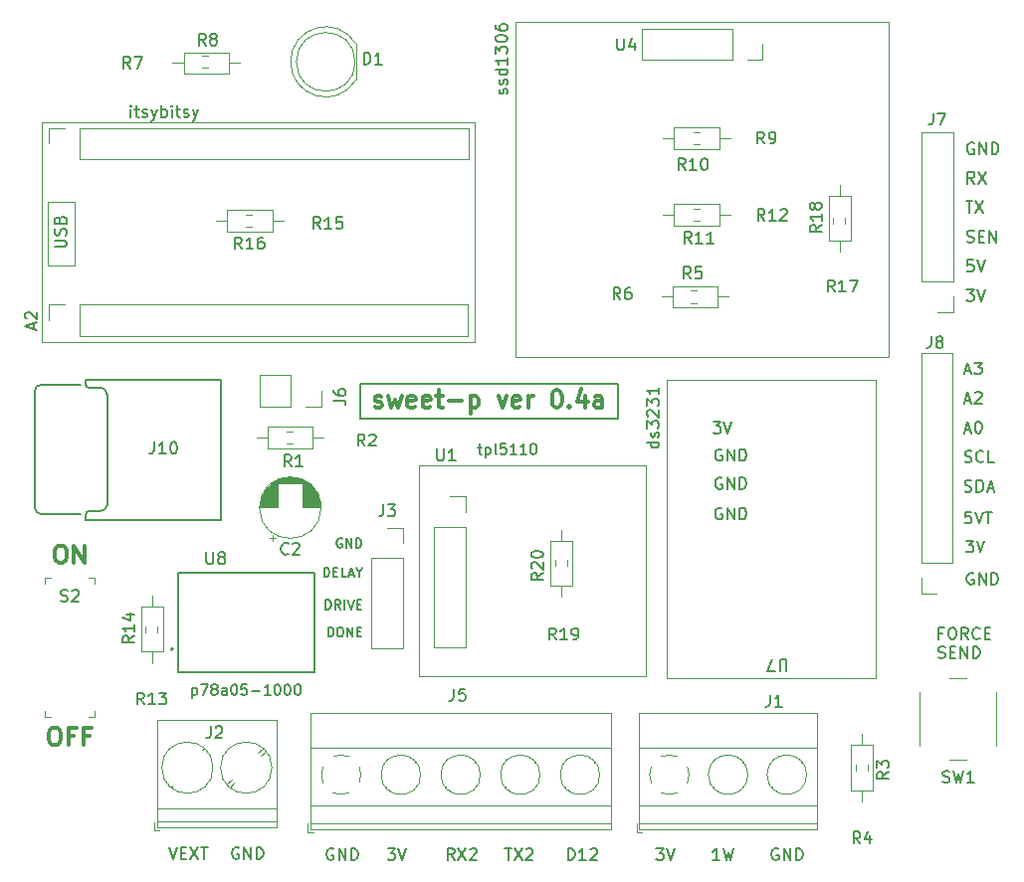
<source format=gbr>
%TF.GenerationSoftware,KiCad,Pcbnew,8.0.6-8.0.6-0~ubuntu24.04.1*%
%TF.CreationDate,2024-11-15T18:56:12-05:00*%
%TF.ProjectId,sweet-p,73776565-742d-4702-9e6b-696361645f70,rev?*%
%TF.SameCoordinates,Original*%
%TF.FileFunction,Legend,Top*%
%TF.FilePolarity,Positive*%
%FSLAX46Y46*%
G04 Gerber Fmt 4.6, Leading zero omitted, Abs format (unit mm)*
G04 Created by KiCad (PCBNEW 8.0.6-8.0.6-0~ubuntu24.04.1) date 2024-11-15 18:56:12*
%MOMM*%
%LPD*%
G01*
G04 APERTURE LIST*
%ADD10C,0.150000*%
%ADD11C,0.300000*%
%ADD12C,0.120000*%
%ADD13C,0.100000*%
%ADD14C,0.127000*%
%ADD15C,0.200000*%
G04 APERTURE END LIST*
D10*
X103270112Y-74136065D02*
X102936779Y-74136065D01*
X102936779Y-74659875D02*
X102936779Y-73659875D01*
X102936779Y-73659875D02*
X103412969Y-73659875D01*
X103984398Y-73659875D02*
X104174874Y-73659875D01*
X104174874Y-73659875D02*
X104270112Y-73707494D01*
X104270112Y-73707494D02*
X104365350Y-73802732D01*
X104365350Y-73802732D02*
X104412969Y-73993208D01*
X104412969Y-73993208D02*
X104412969Y-74326541D01*
X104412969Y-74326541D02*
X104365350Y-74517017D01*
X104365350Y-74517017D02*
X104270112Y-74612256D01*
X104270112Y-74612256D02*
X104174874Y-74659875D01*
X104174874Y-74659875D02*
X103984398Y-74659875D01*
X103984398Y-74659875D02*
X103889160Y-74612256D01*
X103889160Y-74612256D02*
X103793922Y-74517017D01*
X103793922Y-74517017D02*
X103746303Y-74326541D01*
X103746303Y-74326541D02*
X103746303Y-73993208D01*
X103746303Y-73993208D02*
X103793922Y-73802732D01*
X103793922Y-73802732D02*
X103889160Y-73707494D01*
X103889160Y-73707494D02*
X103984398Y-73659875D01*
X105412969Y-74659875D02*
X105079636Y-74183684D01*
X104841541Y-74659875D02*
X104841541Y-73659875D01*
X104841541Y-73659875D02*
X105222493Y-73659875D01*
X105222493Y-73659875D02*
X105317731Y-73707494D01*
X105317731Y-73707494D02*
X105365350Y-73755113D01*
X105365350Y-73755113D02*
X105412969Y-73850351D01*
X105412969Y-73850351D02*
X105412969Y-73993208D01*
X105412969Y-73993208D02*
X105365350Y-74088446D01*
X105365350Y-74088446D02*
X105317731Y-74136065D01*
X105317731Y-74136065D02*
X105222493Y-74183684D01*
X105222493Y-74183684D02*
X104841541Y-74183684D01*
X106412969Y-74564636D02*
X106365350Y-74612256D01*
X106365350Y-74612256D02*
X106222493Y-74659875D01*
X106222493Y-74659875D02*
X106127255Y-74659875D01*
X106127255Y-74659875D02*
X105984398Y-74612256D01*
X105984398Y-74612256D02*
X105889160Y-74517017D01*
X105889160Y-74517017D02*
X105841541Y-74421779D01*
X105841541Y-74421779D02*
X105793922Y-74231303D01*
X105793922Y-74231303D02*
X105793922Y-74088446D01*
X105793922Y-74088446D02*
X105841541Y-73897970D01*
X105841541Y-73897970D02*
X105889160Y-73802732D01*
X105889160Y-73802732D02*
X105984398Y-73707494D01*
X105984398Y-73707494D02*
X106127255Y-73659875D01*
X106127255Y-73659875D02*
X106222493Y-73659875D01*
X106222493Y-73659875D02*
X106365350Y-73707494D01*
X106365350Y-73707494D02*
X106412969Y-73755113D01*
X106841541Y-74136065D02*
X107174874Y-74136065D01*
X107317731Y-74659875D02*
X106841541Y-74659875D01*
X106841541Y-74659875D02*
X106841541Y-73659875D01*
X106841541Y-73659875D02*
X107317731Y-73659875D01*
X102889160Y-76222200D02*
X103032017Y-76269819D01*
X103032017Y-76269819D02*
X103270112Y-76269819D01*
X103270112Y-76269819D02*
X103365350Y-76222200D01*
X103365350Y-76222200D02*
X103412969Y-76174580D01*
X103412969Y-76174580D02*
X103460588Y-76079342D01*
X103460588Y-76079342D02*
X103460588Y-75984104D01*
X103460588Y-75984104D02*
X103412969Y-75888866D01*
X103412969Y-75888866D02*
X103365350Y-75841247D01*
X103365350Y-75841247D02*
X103270112Y-75793628D01*
X103270112Y-75793628D02*
X103079636Y-75746009D01*
X103079636Y-75746009D02*
X102984398Y-75698390D01*
X102984398Y-75698390D02*
X102936779Y-75650771D01*
X102936779Y-75650771D02*
X102889160Y-75555533D01*
X102889160Y-75555533D02*
X102889160Y-75460295D01*
X102889160Y-75460295D02*
X102936779Y-75365057D01*
X102936779Y-75365057D02*
X102984398Y-75317438D01*
X102984398Y-75317438D02*
X103079636Y-75269819D01*
X103079636Y-75269819D02*
X103317731Y-75269819D01*
X103317731Y-75269819D02*
X103460588Y-75317438D01*
X103889160Y-75746009D02*
X104222493Y-75746009D01*
X104365350Y-76269819D02*
X103889160Y-76269819D01*
X103889160Y-76269819D02*
X103889160Y-75269819D01*
X103889160Y-75269819D02*
X104365350Y-75269819D01*
X104793922Y-76269819D02*
X104793922Y-75269819D01*
X104793922Y-75269819D02*
X105365350Y-76269819D01*
X105365350Y-76269819D02*
X105365350Y-75269819D01*
X105841541Y-76269819D02*
X105841541Y-75269819D01*
X105841541Y-75269819D02*
X106079636Y-75269819D01*
X106079636Y-75269819D02*
X106222493Y-75317438D01*
X106222493Y-75317438D02*
X106317731Y-75412676D01*
X106317731Y-75412676D02*
X106365350Y-75507914D01*
X106365350Y-75507914D02*
X106412969Y-75698390D01*
X106412969Y-75698390D02*
X106412969Y-75841247D01*
X106412969Y-75841247D02*
X106365350Y-76031723D01*
X106365350Y-76031723D02*
X106317731Y-76126961D01*
X106317731Y-76126961D02*
X106222493Y-76222200D01*
X106222493Y-76222200D02*
X106079636Y-76269819D01*
X106079636Y-76269819D02*
X105841541Y-76269819D01*
X84460588Y-63517438D02*
X84365350Y-63469819D01*
X84365350Y-63469819D02*
X84222493Y-63469819D01*
X84222493Y-63469819D02*
X84079636Y-63517438D01*
X84079636Y-63517438D02*
X83984398Y-63612676D01*
X83984398Y-63612676D02*
X83936779Y-63707914D01*
X83936779Y-63707914D02*
X83889160Y-63898390D01*
X83889160Y-63898390D02*
X83889160Y-64041247D01*
X83889160Y-64041247D02*
X83936779Y-64231723D01*
X83936779Y-64231723D02*
X83984398Y-64326961D01*
X83984398Y-64326961D02*
X84079636Y-64422200D01*
X84079636Y-64422200D02*
X84222493Y-64469819D01*
X84222493Y-64469819D02*
X84317731Y-64469819D01*
X84317731Y-64469819D02*
X84460588Y-64422200D01*
X84460588Y-64422200D02*
X84508207Y-64374580D01*
X84508207Y-64374580D02*
X84508207Y-64041247D01*
X84508207Y-64041247D02*
X84317731Y-64041247D01*
X84936779Y-64469819D02*
X84936779Y-63469819D01*
X84936779Y-63469819D02*
X85508207Y-64469819D01*
X85508207Y-64469819D02*
X85508207Y-63469819D01*
X85984398Y-64469819D02*
X85984398Y-63469819D01*
X85984398Y-63469819D02*
X86222493Y-63469819D01*
X86222493Y-63469819D02*
X86365350Y-63517438D01*
X86365350Y-63517438D02*
X86460588Y-63612676D01*
X86460588Y-63612676D02*
X86508207Y-63707914D01*
X86508207Y-63707914D02*
X86555826Y-63898390D01*
X86555826Y-63898390D02*
X86555826Y-64041247D01*
X86555826Y-64041247D02*
X86508207Y-64231723D01*
X86508207Y-64231723D02*
X86460588Y-64326961D01*
X86460588Y-64326961D02*
X86365350Y-64422200D01*
X86365350Y-64422200D02*
X86222493Y-64469819D01*
X86222493Y-64469819D02*
X85984398Y-64469819D01*
X84460588Y-60917438D02*
X84365350Y-60869819D01*
X84365350Y-60869819D02*
X84222493Y-60869819D01*
X84222493Y-60869819D02*
X84079636Y-60917438D01*
X84079636Y-60917438D02*
X83984398Y-61012676D01*
X83984398Y-61012676D02*
X83936779Y-61107914D01*
X83936779Y-61107914D02*
X83889160Y-61298390D01*
X83889160Y-61298390D02*
X83889160Y-61441247D01*
X83889160Y-61441247D02*
X83936779Y-61631723D01*
X83936779Y-61631723D02*
X83984398Y-61726961D01*
X83984398Y-61726961D02*
X84079636Y-61822200D01*
X84079636Y-61822200D02*
X84222493Y-61869819D01*
X84222493Y-61869819D02*
X84317731Y-61869819D01*
X84317731Y-61869819D02*
X84460588Y-61822200D01*
X84460588Y-61822200D02*
X84508207Y-61774580D01*
X84508207Y-61774580D02*
X84508207Y-61441247D01*
X84508207Y-61441247D02*
X84317731Y-61441247D01*
X84936779Y-61869819D02*
X84936779Y-60869819D01*
X84936779Y-60869819D02*
X85508207Y-61869819D01*
X85508207Y-61869819D02*
X85508207Y-60869819D01*
X85984398Y-61869819D02*
X85984398Y-60869819D01*
X85984398Y-60869819D02*
X86222493Y-60869819D01*
X86222493Y-60869819D02*
X86365350Y-60917438D01*
X86365350Y-60917438D02*
X86460588Y-61012676D01*
X86460588Y-61012676D02*
X86508207Y-61107914D01*
X86508207Y-61107914D02*
X86555826Y-61298390D01*
X86555826Y-61298390D02*
X86555826Y-61441247D01*
X86555826Y-61441247D02*
X86508207Y-61631723D01*
X86508207Y-61631723D02*
X86460588Y-61726961D01*
X86460588Y-61726961D02*
X86365350Y-61822200D01*
X86365350Y-61822200D02*
X86222493Y-61869819D01*
X86222493Y-61869819D02*
X85984398Y-61869819D01*
X84460588Y-58517438D02*
X84365350Y-58469819D01*
X84365350Y-58469819D02*
X84222493Y-58469819D01*
X84222493Y-58469819D02*
X84079636Y-58517438D01*
X84079636Y-58517438D02*
X83984398Y-58612676D01*
X83984398Y-58612676D02*
X83936779Y-58707914D01*
X83936779Y-58707914D02*
X83889160Y-58898390D01*
X83889160Y-58898390D02*
X83889160Y-59041247D01*
X83889160Y-59041247D02*
X83936779Y-59231723D01*
X83936779Y-59231723D02*
X83984398Y-59326961D01*
X83984398Y-59326961D02*
X84079636Y-59422200D01*
X84079636Y-59422200D02*
X84222493Y-59469819D01*
X84222493Y-59469819D02*
X84317731Y-59469819D01*
X84317731Y-59469819D02*
X84460588Y-59422200D01*
X84460588Y-59422200D02*
X84508207Y-59374580D01*
X84508207Y-59374580D02*
X84508207Y-59041247D01*
X84508207Y-59041247D02*
X84317731Y-59041247D01*
X84936779Y-59469819D02*
X84936779Y-58469819D01*
X84936779Y-58469819D02*
X85508207Y-59469819D01*
X85508207Y-59469819D02*
X85508207Y-58469819D01*
X85984398Y-59469819D02*
X85984398Y-58469819D01*
X85984398Y-58469819D02*
X86222493Y-58469819D01*
X86222493Y-58469819D02*
X86365350Y-58517438D01*
X86365350Y-58517438D02*
X86460588Y-58612676D01*
X86460588Y-58612676D02*
X86508207Y-58707914D01*
X86508207Y-58707914D02*
X86555826Y-58898390D01*
X86555826Y-58898390D02*
X86555826Y-59041247D01*
X86555826Y-59041247D02*
X86508207Y-59231723D01*
X86508207Y-59231723D02*
X86460588Y-59326961D01*
X86460588Y-59326961D02*
X86365350Y-59422200D01*
X86365350Y-59422200D02*
X86222493Y-59469819D01*
X86222493Y-59469819D02*
X85984398Y-59469819D01*
X83741541Y-56119819D02*
X84360588Y-56119819D01*
X84360588Y-56119819D02*
X84027255Y-56500771D01*
X84027255Y-56500771D02*
X84170112Y-56500771D01*
X84170112Y-56500771D02*
X84265350Y-56548390D01*
X84265350Y-56548390D02*
X84312969Y-56596009D01*
X84312969Y-56596009D02*
X84360588Y-56691247D01*
X84360588Y-56691247D02*
X84360588Y-56929342D01*
X84360588Y-56929342D02*
X84312969Y-57024580D01*
X84312969Y-57024580D02*
X84265350Y-57072200D01*
X84265350Y-57072200D02*
X84170112Y-57119819D01*
X84170112Y-57119819D02*
X83884398Y-57119819D01*
X83884398Y-57119819D02*
X83789160Y-57072200D01*
X83789160Y-57072200D02*
X83741541Y-57024580D01*
X84646303Y-56119819D02*
X84979636Y-57119819D01*
X84979636Y-57119819D02*
X85312969Y-56119819D01*
X105674969Y-63807819D02*
X105198779Y-63807819D01*
X105198779Y-63807819D02*
X105151160Y-64284009D01*
X105151160Y-64284009D02*
X105198779Y-64236390D01*
X105198779Y-64236390D02*
X105294017Y-64188771D01*
X105294017Y-64188771D02*
X105532112Y-64188771D01*
X105532112Y-64188771D02*
X105627350Y-64236390D01*
X105627350Y-64236390D02*
X105674969Y-64284009D01*
X105674969Y-64284009D02*
X105722588Y-64379247D01*
X105722588Y-64379247D02*
X105722588Y-64617342D01*
X105722588Y-64617342D02*
X105674969Y-64712580D01*
X105674969Y-64712580D02*
X105627350Y-64760200D01*
X105627350Y-64760200D02*
X105532112Y-64807819D01*
X105532112Y-64807819D02*
X105294017Y-64807819D01*
X105294017Y-64807819D02*
X105198779Y-64760200D01*
X105198779Y-64760200D02*
X105151160Y-64712580D01*
X106008303Y-63807819D02*
X106341636Y-64807819D01*
X106341636Y-64807819D02*
X106674969Y-63807819D01*
X106865446Y-63807819D02*
X107436874Y-63807819D01*
X107151160Y-64807819D02*
X107151160Y-63807819D01*
X53700000Y-52900000D02*
X75600000Y-52900000D01*
X75600000Y-55900000D01*
X53700000Y-55900000D01*
X53700000Y-52900000D01*
X84260588Y-93469819D02*
X83689160Y-93469819D01*
X83974874Y-93469819D02*
X83974874Y-92469819D01*
X83974874Y-92469819D02*
X83879636Y-92612676D01*
X83879636Y-92612676D02*
X83784398Y-92707914D01*
X83784398Y-92707914D02*
X83689160Y-92755533D01*
X84593922Y-92469819D02*
X84832017Y-93469819D01*
X84832017Y-93469819D02*
X85022493Y-92755533D01*
X85022493Y-92755533D02*
X85212969Y-93469819D01*
X85212969Y-93469819D02*
X85451065Y-92469819D01*
D11*
X54933082Y-54879400D02*
X55075939Y-54950828D01*
X55075939Y-54950828D02*
X55361653Y-54950828D01*
X55361653Y-54950828D02*
X55504510Y-54879400D01*
X55504510Y-54879400D02*
X55575939Y-54736542D01*
X55575939Y-54736542D02*
X55575939Y-54665114D01*
X55575939Y-54665114D02*
X55504510Y-54522257D01*
X55504510Y-54522257D02*
X55361653Y-54450828D01*
X55361653Y-54450828D02*
X55147368Y-54450828D01*
X55147368Y-54450828D02*
X55004510Y-54379400D01*
X55004510Y-54379400D02*
X54933082Y-54236542D01*
X54933082Y-54236542D02*
X54933082Y-54165114D01*
X54933082Y-54165114D02*
X55004510Y-54022257D01*
X55004510Y-54022257D02*
X55147368Y-53950828D01*
X55147368Y-53950828D02*
X55361653Y-53950828D01*
X55361653Y-53950828D02*
X55504510Y-54022257D01*
X56075939Y-53950828D02*
X56361654Y-54950828D01*
X56361654Y-54950828D02*
X56647368Y-54236542D01*
X56647368Y-54236542D02*
X56933082Y-54950828D01*
X56933082Y-54950828D02*
X57218796Y-53950828D01*
X58361654Y-54879400D02*
X58218797Y-54950828D01*
X58218797Y-54950828D02*
X57933083Y-54950828D01*
X57933083Y-54950828D02*
X57790225Y-54879400D01*
X57790225Y-54879400D02*
X57718797Y-54736542D01*
X57718797Y-54736542D02*
X57718797Y-54165114D01*
X57718797Y-54165114D02*
X57790225Y-54022257D01*
X57790225Y-54022257D02*
X57933083Y-53950828D01*
X57933083Y-53950828D02*
X58218797Y-53950828D01*
X58218797Y-53950828D02*
X58361654Y-54022257D01*
X58361654Y-54022257D02*
X58433083Y-54165114D01*
X58433083Y-54165114D02*
X58433083Y-54307971D01*
X58433083Y-54307971D02*
X57718797Y-54450828D01*
X59647368Y-54879400D02*
X59504511Y-54950828D01*
X59504511Y-54950828D02*
X59218797Y-54950828D01*
X59218797Y-54950828D02*
X59075939Y-54879400D01*
X59075939Y-54879400D02*
X59004511Y-54736542D01*
X59004511Y-54736542D02*
X59004511Y-54165114D01*
X59004511Y-54165114D02*
X59075939Y-54022257D01*
X59075939Y-54022257D02*
X59218797Y-53950828D01*
X59218797Y-53950828D02*
X59504511Y-53950828D01*
X59504511Y-53950828D02*
X59647368Y-54022257D01*
X59647368Y-54022257D02*
X59718797Y-54165114D01*
X59718797Y-54165114D02*
X59718797Y-54307971D01*
X59718797Y-54307971D02*
X59004511Y-54450828D01*
X60147368Y-53950828D02*
X60718796Y-53950828D01*
X60361653Y-53450828D02*
X60361653Y-54736542D01*
X60361653Y-54736542D02*
X60433082Y-54879400D01*
X60433082Y-54879400D02*
X60575939Y-54950828D01*
X60575939Y-54950828D02*
X60718796Y-54950828D01*
X61218796Y-54379400D02*
X62361654Y-54379400D01*
X63075939Y-53950828D02*
X63075939Y-55450828D01*
X63075939Y-54022257D02*
X63218797Y-53950828D01*
X63218797Y-53950828D02*
X63504511Y-53950828D01*
X63504511Y-53950828D02*
X63647368Y-54022257D01*
X63647368Y-54022257D02*
X63718797Y-54093685D01*
X63718797Y-54093685D02*
X63790225Y-54236542D01*
X63790225Y-54236542D02*
X63790225Y-54665114D01*
X63790225Y-54665114D02*
X63718797Y-54807971D01*
X63718797Y-54807971D02*
X63647368Y-54879400D01*
X63647368Y-54879400D02*
X63504511Y-54950828D01*
X63504511Y-54950828D02*
X63218797Y-54950828D01*
X63218797Y-54950828D02*
X63075939Y-54879400D01*
X65433082Y-53950828D02*
X65790225Y-54950828D01*
X65790225Y-54950828D02*
X66147368Y-53950828D01*
X67290225Y-54879400D02*
X67147368Y-54950828D01*
X67147368Y-54950828D02*
X66861654Y-54950828D01*
X66861654Y-54950828D02*
X66718796Y-54879400D01*
X66718796Y-54879400D02*
X66647368Y-54736542D01*
X66647368Y-54736542D02*
X66647368Y-54165114D01*
X66647368Y-54165114D02*
X66718796Y-54022257D01*
X66718796Y-54022257D02*
X66861654Y-53950828D01*
X66861654Y-53950828D02*
X67147368Y-53950828D01*
X67147368Y-53950828D02*
X67290225Y-54022257D01*
X67290225Y-54022257D02*
X67361654Y-54165114D01*
X67361654Y-54165114D02*
X67361654Y-54307971D01*
X67361654Y-54307971D02*
X66647368Y-54450828D01*
X68004510Y-54950828D02*
X68004510Y-53950828D01*
X68004510Y-54236542D02*
X68075939Y-54093685D01*
X68075939Y-54093685D02*
X68147368Y-54022257D01*
X68147368Y-54022257D02*
X68290225Y-53950828D01*
X68290225Y-53950828D02*
X68433082Y-53950828D01*
X70361653Y-53450828D02*
X70504510Y-53450828D01*
X70504510Y-53450828D02*
X70647367Y-53522257D01*
X70647367Y-53522257D02*
X70718796Y-53593685D01*
X70718796Y-53593685D02*
X70790224Y-53736542D01*
X70790224Y-53736542D02*
X70861653Y-54022257D01*
X70861653Y-54022257D02*
X70861653Y-54379400D01*
X70861653Y-54379400D02*
X70790224Y-54665114D01*
X70790224Y-54665114D02*
X70718796Y-54807971D01*
X70718796Y-54807971D02*
X70647367Y-54879400D01*
X70647367Y-54879400D02*
X70504510Y-54950828D01*
X70504510Y-54950828D02*
X70361653Y-54950828D01*
X70361653Y-54950828D02*
X70218796Y-54879400D01*
X70218796Y-54879400D02*
X70147367Y-54807971D01*
X70147367Y-54807971D02*
X70075938Y-54665114D01*
X70075938Y-54665114D02*
X70004510Y-54379400D01*
X70004510Y-54379400D02*
X70004510Y-54022257D01*
X70004510Y-54022257D02*
X70075938Y-53736542D01*
X70075938Y-53736542D02*
X70147367Y-53593685D01*
X70147367Y-53593685D02*
X70218796Y-53522257D01*
X70218796Y-53522257D02*
X70361653Y-53450828D01*
X71504509Y-54807971D02*
X71575938Y-54879400D01*
X71575938Y-54879400D02*
X71504509Y-54950828D01*
X71504509Y-54950828D02*
X71433081Y-54879400D01*
X71433081Y-54879400D02*
X71504509Y-54807971D01*
X71504509Y-54807971D02*
X71504509Y-54950828D01*
X72861653Y-53950828D02*
X72861653Y-54950828D01*
X72504510Y-53379400D02*
X72147367Y-54450828D01*
X72147367Y-54450828D02*
X73075938Y-54450828D01*
X74290224Y-54950828D02*
X74290224Y-54165114D01*
X74290224Y-54165114D02*
X74218795Y-54022257D01*
X74218795Y-54022257D02*
X74075938Y-53950828D01*
X74075938Y-53950828D02*
X73790224Y-53950828D01*
X73790224Y-53950828D02*
X73647366Y-54022257D01*
X74290224Y-54879400D02*
X74147366Y-54950828D01*
X74147366Y-54950828D02*
X73790224Y-54950828D01*
X73790224Y-54950828D02*
X73647366Y-54879400D01*
X73647366Y-54879400D02*
X73575938Y-54736542D01*
X73575938Y-54736542D02*
X73575938Y-54593685D01*
X73575938Y-54593685D02*
X73647366Y-54450828D01*
X73647366Y-54450828D02*
X73790224Y-54379400D01*
X73790224Y-54379400D02*
X74147366Y-54379400D01*
X74147366Y-54379400D02*
X74290224Y-54307971D01*
D10*
X105291541Y-44869819D02*
X105910588Y-44869819D01*
X105910588Y-44869819D02*
X105577255Y-45250771D01*
X105577255Y-45250771D02*
X105720112Y-45250771D01*
X105720112Y-45250771D02*
X105815350Y-45298390D01*
X105815350Y-45298390D02*
X105862969Y-45346009D01*
X105862969Y-45346009D02*
X105910588Y-45441247D01*
X105910588Y-45441247D02*
X105910588Y-45679342D01*
X105910588Y-45679342D02*
X105862969Y-45774580D01*
X105862969Y-45774580D02*
X105815350Y-45822200D01*
X105815350Y-45822200D02*
X105720112Y-45869819D01*
X105720112Y-45869819D02*
X105434398Y-45869819D01*
X105434398Y-45869819D02*
X105339160Y-45822200D01*
X105339160Y-45822200D02*
X105291541Y-45774580D01*
X106196303Y-44869819D02*
X106529636Y-45869819D01*
X106529636Y-45869819D02*
X106862969Y-44869819D01*
X39414284Y-78808557D02*
X39414284Y-79708557D01*
X39414284Y-78851414D02*
X39499999Y-78808557D01*
X39499999Y-78808557D02*
X39671427Y-78808557D01*
X39671427Y-78808557D02*
X39757141Y-78851414D01*
X39757141Y-78851414D02*
X39799999Y-78894271D01*
X39799999Y-78894271D02*
X39842856Y-78979985D01*
X39842856Y-78979985D02*
X39842856Y-79237128D01*
X39842856Y-79237128D02*
X39799999Y-79322842D01*
X39799999Y-79322842D02*
X39757141Y-79365700D01*
X39757141Y-79365700D02*
X39671427Y-79408557D01*
X39671427Y-79408557D02*
X39499999Y-79408557D01*
X39499999Y-79408557D02*
X39414284Y-79365700D01*
X40142856Y-78508557D02*
X40742856Y-78508557D01*
X40742856Y-78508557D02*
X40357142Y-79408557D01*
X41214285Y-78894271D02*
X41128570Y-78851414D01*
X41128570Y-78851414D02*
X41085713Y-78808557D01*
X41085713Y-78808557D02*
X41042856Y-78722842D01*
X41042856Y-78722842D02*
X41042856Y-78679985D01*
X41042856Y-78679985D02*
X41085713Y-78594271D01*
X41085713Y-78594271D02*
X41128570Y-78551414D01*
X41128570Y-78551414D02*
X41214285Y-78508557D01*
X41214285Y-78508557D02*
X41385713Y-78508557D01*
X41385713Y-78508557D02*
X41471428Y-78551414D01*
X41471428Y-78551414D02*
X41514285Y-78594271D01*
X41514285Y-78594271D02*
X41557142Y-78679985D01*
X41557142Y-78679985D02*
X41557142Y-78722842D01*
X41557142Y-78722842D02*
X41514285Y-78808557D01*
X41514285Y-78808557D02*
X41471428Y-78851414D01*
X41471428Y-78851414D02*
X41385713Y-78894271D01*
X41385713Y-78894271D02*
X41214285Y-78894271D01*
X41214285Y-78894271D02*
X41128570Y-78937128D01*
X41128570Y-78937128D02*
X41085713Y-78979985D01*
X41085713Y-78979985D02*
X41042856Y-79065700D01*
X41042856Y-79065700D02*
X41042856Y-79237128D01*
X41042856Y-79237128D02*
X41085713Y-79322842D01*
X41085713Y-79322842D02*
X41128570Y-79365700D01*
X41128570Y-79365700D02*
X41214285Y-79408557D01*
X41214285Y-79408557D02*
X41385713Y-79408557D01*
X41385713Y-79408557D02*
X41471428Y-79365700D01*
X41471428Y-79365700D02*
X41514285Y-79322842D01*
X41514285Y-79322842D02*
X41557142Y-79237128D01*
X41557142Y-79237128D02*
X41557142Y-79065700D01*
X41557142Y-79065700D02*
X41514285Y-78979985D01*
X41514285Y-78979985D02*
X41471428Y-78937128D01*
X41471428Y-78937128D02*
X41385713Y-78894271D01*
X42328571Y-79408557D02*
X42328571Y-78937128D01*
X42328571Y-78937128D02*
X42285713Y-78851414D01*
X42285713Y-78851414D02*
X42199999Y-78808557D01*
X42199999Y-78808557D02*
X42028571Y-78808557D01*
X42028571Y-78808557D02*
X41942856Y-78851414D01*
X42328571Y-79365700D02*
X42242856Y-79408557D01*
X42242856Y-79408557D02*
X42028571Y-79408557D01*
X42028571Y-79408557D02*
X41942856Y-79365700D01*
X41942856Y-79365700D02*
X41899999Y-79279985D01*
X41899999Y-79279985D02*
X41899999Y-79194271D01*
X41899999Y-79194271D02*
X41942856Y-79108557D01*
X41942856Y-79108557D02*
X42028571Y-79065700D01*
X42028571Y-79065700D02*
X42242856Y-79065700D01*
X42242856Y-79065700D02*
X42328571Y-79022842D01*
X42928571Y-78508557D02*
X43014285Y-78508557D01*
X43014285Y-78508557D02*
X43099999Y-78551414D01*
X43099999Y-78551414D02*
X43142857Y-78594271D01*
X43142857Y-78594271D02*
X43185714Y-78679985D01*
X43185714Y-78679985D02*
X43228571Y-78851414D01*
X43228571Y-78851414D02*
X43228571Y-79065700D01*
X43228571Y-79065700D02*
X43185714Y-79237128D01*
X43185714Y-79237128D02*
X43142857Y-79322842D01*
X43142857Y-79322842D02*
X43099999Y-79365700D01*
X43099999Y-79365700D02*
X43014285Y-79408557D01*
X43014285Y-79408557D02*
X42928571Y-79408557D01*
X42928571Y-79408557D02*
X42842857Y-79365700D01*
X42842857Y-79365700D02*
X42799999Y-79322842D01*
X42799999Y-79322842D02*
X42757142Y-79237128D01*
X42757142Y-79237128D02*
X42714285Y-79065700D01*
X42714285Y-79065700D02*
X42714285Y-78851414D01*
X42714285Y-78851414D02*
X42757142Y-78679985D01*
X42757142Y-78679985D02*
X42799999Y-78594271D01*
X42799999Y-78594271D02*
X42842857Y-78551414D01*
X42842857Y-78551414D02*
X42928571Y-78508557D01*
X44042857Y-78508557D02*
X43614285Y-78508557D01*
X43614285Y-78508557D02*
X43571428Y-78937128D01*
X43571428Y-78937128D02*
X43614285Y-78894271D01*
X43614285Y-78894271D02*
X43700000Y-78851414D01*
X43700000Y-78851414D02*
X43914285Y-78851414D01*
X43914285Y-78851414D02*
X44000000Y-78894271D01*
X44000000Y-78894271D02*
X44042857Y-78937128D01*
X44042857Y-78937128D02*
X44085714Y-79022842D01*
X44085714Y-79022842D02*
X44085714Y-79237128D01*
X44085714Y-79237128D02*
X44042857Y-79322842D01*
X44042857Y-79322842D02*
X44000000Y-79365700D01*
X44000000Y-79365700D02*
X43914285Y-79408557D01*
X43914285Y-79408557D02*
X43700000Y-79408557D01*
X43700000Y-79408557D02*
X43614285Y-79365700D01*
X43614285Y-79365700D02*
X43571428Y-79322842D01*
X44471428Y-79065700D02*
X45157143Y-79065700D01*
X46057143Y-79408557D02*
X45542857Y-79408557D01*
X45800000Y-79408557D02*
X45800000Y-78508557D01*
X45800000Y-78508557D02*
X45714286Y-78637128D01*
X45714286Y-78637128D02*
X45628571Y-78722842D01*
X45628571Y-78722842D02*
X45542857Y-78765700D01*
X46614286Y-78508557D02*
X46700000Y-78508557D01*
X46700000Y-78508557D02*
X46785714Y-78551414D01*
X46785714Y-78551414D02*
X46828572Y-78594271D01*
X46828572Y-78594271D02*
X46871429Y-78679985D01*
X46871429Y-78679985D02*
X46914286Y-78851414D01*
X46914286Y-78851414D02*
X46914286Y-79065700D01*
X46914286Y-79065700D02*
X46871429Y-79237128D01*
X46871429Y-79237128D02*
X46828572Y-79322842D01*
X46828572Y-79322842D02*
X46785714Y-79365700D01*
X46785714Y-79365700D02*
X46700000Y-79408557D01*
X46700000Y-79408557D02*
X46614286Y-79408557D01*
X46614286Y-79408557D02*
X46528572Y-79365700D01*
X46528572Y-79365700D02*
X46485714Y-79322842D01*
X46485714Y-79322842D02*
X46442857Y-79237128D01*
X46442857Y-79237128D02*
X46400000Y-79065700D01*
X46400000Y-79065700D02*
X46400000Y-78851414D01*
X46400000Y-78851414D02*
X46442857Y-78679985D01*
X46442857Y-78679985D02*
X46485714Y-78594271D01*
X46485714Y-78594271D02*
X46528572Y-78551414D01*
X46528572Y-78551414D02*
X46614286Y-78508557D01*
X47471429Y-78508557D02*
X47557143Y-78508557D01*
X47557143Y-78508557D02*
X47642857Y-78551414D01*
X47642857Y-78551414D02*
X47685715Y-78594271D01*
X47685715Y-78594271D02*
X47728572Y-78679985D01*
X47728572Y-78679985D02*
X47771429Y-78851414D01*
X47771429Y-78851414D02*
X47771429Y-79065700D01*
X47771429Y-79065700D02*
X47728572Y-79237128D01*
X47728572Y-79237128D02*
X47685715Y-79322842D01*
X47685715Y-79322842D02*
X47642857Y-79365700D01*
X47642857Y-79365700D02*
X47557143Y-79408557D01*
X47557143Y-79408557D02*
X47471429Y-79408557D01*
X47471429Y-79408557D02*
X47385715Y-79365700D01*
X47385715Y-79365700D02*
X47342857Y-79322842D01*
X47342857Y-79322842D02*
X47300000Y-79237128D01*
X47300000Y-79237128D02*
X47257143Y-79065700D01*
X47257143Y-79065700D02*
X47257143Y-78851414D01*
X47257143Y-78851414D02*
X47300000Y-78679985D01*
X47300000Y-78679985D02*
X47342857Y-78594271D01*
X47342857Y-78594271D02*
X47385715Y-78551414D01*
X47385715Y-78551414D02*
X47471429Y-78508557D01*
X48328572Y-78508557D02*
X48414286Y-78508557D01*
X48414286Y-78508557D02*
X48500000Y-78551414D01*
X48500000Y-78551414D02*
X48542858Y-78594271D01*
X48542858Y-78594271D02*
X48585715Y-78679985D01*
X48585715Y-78679985D02*
X48628572Y-78851414D01*
X48628572Y-78851414D02*
X48628572Y-79065700D01*
X48628572Y-79065700D02*
X48585715Y-79237128D01*
X48585715Y-79237128D02*
X48542858Y-79322842D01*
X48542858Y-79322842D02*
X48500000Y-79365700D01*
X48500000Y-79365700D02*
X48414286Y-79408557D01*
X48414286Y-79408557D02*
X48328572Y-79408557D01*
X48328572Y-79408557D02*
X48242858Y-79365700D01*
X48242858Y-79365700D02*
X48200000Y-79322842D01*
X48200000Y-79322842D02*
X48157143Y-79237128D01*
X48157143Y-79237128D02*
X48114286Y-79065700D01*
X48114286Y-79065700D02*
X48114286Y-78851414D01*
X48114286Y-78851414D02*
X48157143Y-78679985D01*
X48157143Y-78679985D02*
X48200000Y-78594271D01*
X48200000Y-78594271D02*
X48242858Y-78551414D01*
X48242858Y-78551414D02*
X48328572Y-78508557D01*
X105243922Y-37369819D02*
X105815350Y-37369819D01*
X105529636Y-38369819D02*
X105529636Y-37369819D01*
X106053446Y-37369819D02*
X106720112Y-38369819D01*
X106720112Y-37369819D02*
X106053446Y-38369819D01*
X34166666Y-30204819D02*
X34166666Y-29538152D01*
X34166666Y-29204819D02*
X34119047Y-29252438D01*
X34119047Y-29252438D02*
X34166666Y-29300057D01*
X34166666Y-29300057D02*
X34214285Y-29252438D01*
X34214285Y-29252438D02*
X34166666Y-29204819D01*
X34166666Y-29204819D02*
X34166666Y-29300057D01*
X34499999Y-29538152D02*
X34880951Y-29538152D01*
X34642856Y-29204819D02*
X34642856Y-30061961D01*
X34642856Y-30061961D02*
X34690475Y-30157200D01*
X34690475Y-30157200D02*
X34785713Y-30204819D01*
X34785713Y-30204819D02*
X34880951Y-30204819D01*
X35166666Y-30157200D02*
X35261904Y-30204819D01*
X35261904Y-30204819D02*
X35452380Y-30204819D01*
X35452380Y-30204819D02*
X35547618Y-30157200D01*
X35547618Y-30157200D02*
X35595237Y-30061961D01*
X35595237Y-30061961D02*
X35595237Y-30014342D01*
X35595237Y-30014342D02*
X35547618Y-29919104D01*
X35547618Y-29919104D02*
X35452380Y-29871485D01*
X35452380Y-29871485D02*
X35309523Y-29871485D01*
X35309523Y-29871485D02*
X35214285Y-29823866D01*
X35214285Y-29823866D02*
X35166666Y-29728628D01*
X35166666Y-29728628D02*
X35166666Y-29681009D01*
X35166666Y-29681009D02*
X35214285Y-29585771D01*
X35214285Y-29585771D02*
X35309523Y-29538152D01*
X35309523Y-29538152D02*
X35452380Y-29538152D01*
X35452380Y-29538152D02*
X35547618Y-29585771D01*
X35928571Y-29538152D02*
X36166666Y-30204819D01*
X36404761Y-29538152D02*
X36166666Y-30204819D01*
X36166666Y-30204819D02*
X36071428Y-30442914D01*
X36071428Y-30442914D02*
X36023809Y-30490533D01*
X36023809Y-30490533D02*
X35928571Y-30538152D01*
X36785714Y-30204819D02*
X36785714Y-29204819D01*
X36785714Y-29585771D02*
X36880952Y-29538152D01*
X36880952Y-29538152D02*
X37071428Y-29538152D01*
X37071428Y-29538152D02*
X37166666Y-29585771D01*
X37166666Y-29585771D02*
X37214285Y-29633390D01*
X37214285Y-29633390D02*
X37261904Y-29728628D01*
X37261904Y-29728628D02*
X37261904Y-30014342D01*
X37261904Y-30014342D02*
X37214285Y-30109580D01*
X37214285Y-30109580D02*
X37166666Y-30157200D01*
X37166666Y-30157200D02*
X37071428Y-30204819D01*
X37071428Y-30204819D02*
X36880952Y-30204819D01*
X36880952Y-30204819D02*
X36785714Y-30157200D01*
X37690476Y-30204819D02*
X37690476Y-29538152D01*
X37690476Y-29204819D02*
X37642857Y-29252438D01*
X37642857Y-29252438D02*
X37690476Y-29300057D01*
X37690476Y-29300057D02*
X37738095Y-29252438D01*
X37738095Y-29252438D02*
X37690476Y-29204819D01*
X37690476Y-29204819D02*
X37690476Y-29300057D01*
X38023809Y-29538152D02*
X38404761Y-29538152D01*
X38166666Y-29204819D02*
X38166666Y-30061961D01*
X38166666Y-30061961D02*
X38214285Y-30157200D01*
X38214285Y-30157200D02*
X38309523Y-30204819D01*
X38309523Y-30204819D02*
X38404761Y-30204819D01*
X38690476Y-30157200D02*
X38785714Y-30204819D01*
X38785714Y-30204819D02*
X38976190Y-30204819D01*
X38976190Y-30204819D02*
X39071428Y-30157200D01*
X39071428Y-30157200D02*
X39119047Y-30061961D01*
X39119047Y-30061961D02*
X39119047Y-30014342D01*
X39119047Y-30014342D02*
X39071428Y-29919104D01*
X39071428Y-29919104D02*
X38976190Y-29871485D01*
X38976190Y-29871485D02*
X38833333Y-29871485D01*
X38833333Y-29871485D02*
X38738095Y-29823866D01*
X38738095Y-29823866D02*
X38690476Y-29728628D01*
X38690476Y-29728628D02*
X38690476Y-29681009D01*
X38690476Y-29681009D02*
X38738095Y-29585771D01*
X38738095Y-29585771D02*
X38833333Y-29538152D01*
X38833333Y-29538152D02*
X38976190Y-29538152D01*
X38976190Y-29538152D02*
X39071428Y-29585771D01*
X39452381Y-29538152D02*
X39690476Y-30204819D01*
X39928571Y-29538152D02*
X39690476Y-30204819D01*
X39690476Y-30204819D02*
X39595238Y-30442914D01*
X39595238Y-30442914D02*
X39547619Y-30490533D01*
X39547619Y-30490533D02*
X39452381Y-30538152D01*
X61708207Y-93469819D02*
X61374874Y-92993628D01*
X61136779Y-93469819D02*
X61136779Y-92469819D01*
X61136779Y-92469819D02*
X61517731Y-92469819D01*
X61517731Y-92469819D02*
X61612969Y-92517438D01*
X61612969Y-92517438D02*
X61660588Y-92565057D01*
X61660588Y-92565057D02*
X61708207Y-92660295D01*
X61708207Y-92660295D02*
X61708207Y-92803152D01*
X61708207Y-92803152D02*
X61660588Y-92898390D01*
X61660588Y-92898390D02*
X61612969Y-92946009D01*
X61612969Y-92946009D02*
X61517731Y-92993628D01*
X61517731Y-92993628D02*
X61136779Y-92993628D01*
X62041541Y-92469819D02*
X62708207Y-93469819D01*
X62708207Y-92469819D02*
X62041541Y-93469819D01*
X63041541Y-92565057D02*
X63089160Y-92517438D01*
X63089160Y-92517438D02*
X63184398Y-92469819D01*
X63184398Y-92469819D02*
X63422493Y-92469819D01*
X63422493Y-92469819D02*
X63517731Y-92517438D01*
X63517731Y-92517438D02*
X63565350Y-92565057D01*
X63565350Y-92565057D02*
X63612969Y-92660295D01*
X63612969Y-92660295D02*
X63612969Y-92755533D01*
X63612969Y-92755533D02*
X63565350Y-92898390D01*
X63565350Y-92898390D02*
X62993922Y-93469819D01*
X62993922Y-93469819D02*
X63612969Y-93469819D01*
X105253541Y-66257819D02*
X105872588Y-66257819D01*
X105872588Y-66257819D02*
X105539255Y-66638771D01*
X105539255Y-66638771D02*
X105682112Y-66638771D01*
X105682112Y-66638771D02*
X105777350Y-66686390D01*
X105777350Y-66686390D02*
X105824969Y-66734009D01*
X105824969Y-66734009D02*
X105872588Y-66829247D01*
X105872588Y-66829247D02*
X105872588Y-67067342D01*
X105872588Y-67067342D02*
X105824969Y-67162580D01*
X105824969Y-67162580D02*
X105777350Y-67210200D01*
X105777350Y-67210200D02*
X105682112Y-67257819D01*
X105682112Y-67257819D02*
X105396398Y-67257819D01*
X105396398Y-67257819D02*
X105301160Y-67210200D01*
X105301160Y-67210200D02*
X105253541Y-67162580D01*
X106158303Y-66257819D02*
X106491636Y-67257819D01*
X106491636Y-67257819D02*
X106824969Y-66257819D01*
X89260588Y-92517438D02*
X89165350Y-92469819D01*
X89165350Y-92469819D02*
X89022493Y-92469819D01*
X89022493Y-92469819D02*
X88879636Y-92517438D01*
X88879636Y-92517438D02*
X88784398Y-92612676D01*
X88784398Y-92612676D02*
X88736779Y-92707914D01*
X88736779Y-92707914D02*
X88689160Y-92898390D01*
X88689160Y-92898390D02*
X88689160Y-93041247D01*
X88689160Y-93041247D02*
X88736779Y-93231723D01*
X88736779Y-93231723D02*
X88784398Y-93326961D01*
X88784398Y-93326961D02*
X88879636Y-93422200D01*
X88879636Y-93422200D02*
X89022493Y-93469819D01*
X89022493Y-93469819D02*
X89117731Y-93469819D01*
X89117731Y-93469819D02*
X89260588Y-93422200D01*
X89260588Y-93422200D02*
X89308207Y-93374580D01*
X89308207Y-93374580D02*
X89308207Y-93041247D01*
X89308207Y-93041247D02*
X89117731Y-93041247D01*
X89736779Y-93469819D02*
X89736779Y-92469819D01*
X89736779Y-92469819D02*
X90308207Y-93469819D01*
X90308207Y-93469819D02*
X90308207Y-92469819D01*
X90784398Y-93469819D02*
X90784398Y-92469819D01*
X90784398Y-92469819D02*
X91022493Y-92469819D01*
X91022493Y-92469819D02*
X91165350Y-92517438D01*
X91165350Y-92517438D02*
X91260588Y-92612676D01*
X91260588Y-92612676D02*
X91308207Y-92707914D01*
X91308207Y-92707914D02*
X91355826Y-92898390D01*
X91355826Y-92898390D02*
X91355826Y-93041247D01*
X91355826Y-93041247D02*
X91308207Y-93231723D01*
X91308207Y-93231723D02*
X91260588Y-93326961D01*
X91260588Y-93326961D02*
X91165350Y-93422200D01*
X91165350Y-93422200D02*
X91022493Y-93469819D01*
X91022493Y-93469819D02*
X90784398Y-93469819D01*
D11*
X28071428Y-66678328D02*
X28357142Y-66678328D01*
X28357142Y-66678328D02*
X28499999Y-66749757D01*
X28499999Y-66749757D02*
X28642856Y-66892614D01*
X28642856Y-66892614D02*
X28714285Y-67178328D01*
X28714285Y-67178328D02*
X28714285Y-67678328D01*
X28714285Y-67678328D02*
X28642856Y-67964042D01*
X28642856Y-67964042D02*
X28499999Y-68106900D01*
X28499999Y-68106900D02*
X28357142Y-68178328D01*
X28357142Y-68178328D02*
X28071428Y-68178328D01*
X28071428Y-68178328D02*
X27928571Y-68106900D01*
X27928571Y-68106900D02*
X27785713Y-67964042D01*
X27785713Y-67964042D02*
X27714285Y-67678328D01*
X27714285Y-67678328D02*
X27714285Y-67178328D01*
X27714285Y-67178328D02*
X27785713Y-66892614D01*
X27785713Y-66892614D02*
X27928571Y-66749757D01*
X27928571Y-66749757D02*
X28071428Y-66678328D01*
X29357142Y-68178328D02*
X29357142Y-66678328D01*
X29357142Y-66678328D02*
X30214285Y-68178328D01*
X30214285Y-68178328D02*
X30214285Y-66678328D01*
D10*
X105862969Y-42369819D02*
X105386779Y-42369819D01*
X105386779Y-42369819D02*
X105339160Y-42846009D01*
X105339160Y-42846009D02*
X105386779Y-42798390D01*
X105386779Y-42798390D02*
X105482017Y-42750771D01*
X105482017Y-42750771D02*
X105720112Y-42750771D01*
X105720112Y-42750771D02*
X105815350Y-42798390D01*
X105815350Y-42798390D02*
X105862969Y-42846009D01*
X105862969Y-42846009D02*
X105910588Y-42941247D01*
X105910588Y-42941247D02*
X105910588Y-43179342D01*
X105910588Y-43179342D02*
X105862969Y-43274580D01*
X105862969Y-43274580D02*
X105815350Y-43322200D01*
X105815350Y-43322200D02*
X105720112Y-43369819D01*
X105720112Y-43369819D02*
X105482017Y-43369819D01*
X105482017Y-43369819D02*
X105386779Y-43322200D01*
X105386779Y-43322200D02*
X105339160Y-43274580D01*
X106196303Y-42369819D02*
X106529636Y-43369819D01*
X106529636Y-43369819D02*
X106862969Y-42369819D01*
D11*
X27571429Y-82178328D02*
X27857143Y-82178328D01*
X27857143Y-82178328D02*
X28000000Y-82249757D01*
X28000000Y-82249757D02*
X28142857Y-82392614D01*
X28142857Y-82392614D02*
X28214286Y-82678328D01*
X28214286Y-82678328D02*
X28214286Y-83178328D01*
X28214286Y-83178328D02*
X28142857Y-83464042D01*
X28142857Y-83464042D02*
X28000000Y-83606900D01*
X28000000Y-83606900D02*
X27857143Y-83678328D01*
X27857143Y-83678328D02*
X27571429Y-83678328D01*
X27571429Y-83678328D02*
X27428572Y-83606900D01*
X27428572Y-83606900D02*
X27285714Y-83464042D01*
X27285714Y-83464042D02*
X27214286Y-83178328D01*
X27214286Y-83178328D02*
X27214286Y-82678328D01*
X27214286Y-82678328D02*
X27285714Y-82392614D01*
X27285714Y-82392614D02*
X27428572Y-82249757D01*
X27428572Y-82249757D02*
X27571429Y-82178328D01*
X29357143Y-82892614D02*
X28857143Y-82892614D01*
X28857143Y-83678328D02*
X28857143Y-82178328D01*
X28857143Y-82178328D02*
X29571429Y-82178328D01*
X30642857Y-82892614D02*
X30142857Y-82892614D01*
X30142857Y-83678328D02*
X30142857Y-82178328D01*
X30142857Y-82178328D02*
X30857143Y-82178328D01*
D10*
X37443922Y-92369819D02*
X37777255Y-93369819D01*
X37777255Y-93369819D02*
X38110588Y-92369819D01*
X38443922Y-92846009D02*
X38777255Y-92846009D01*
X38920112Y-93369819D02*
X38443922Y-93369819D01*
X38443922Y-93369819D02*
X38443922Y-92369819D01*
X38443922Y-92369819D02*
X38920112Y-92369819D01*
X39253446Y-92369819D02*
X39920112Y-93369819D01*
X39920112Y-92369819D02*
X39253446Y-93369819D01*
X40158208Y-92369819D02*
X40729636Y-92369819D01*
X40443922Y-93369819D02*
X40443922Y-92369819D01*
X105910588Y-32417438D02*
X105815350Y-32369819D01*
X105815350Y-32369819D02*
X105672493Y-32369819D01*
X105672493Y-32369819D02*
X105529636Y-32417438D01*
X105529636Y-32417438D02*
X105434398Y-32512676D01*
X105434398Y-32512676D02*
X105386779Y-32607914D01*
X105386779Y-32607914D02*
X105339160Y-32798390D01*
X105339160Y-32798390D02*
X105339160Y-32941247D01*
X105339160Y-32941247D02*
X105386779Y-33131723D01*
X105386779Y-33131723D02*
X105434398Y-33226961D01*
X105434398Y-33226961D02*
X105529636Y-33322200D01*
X105529636Y-33322200D02*
X105672493Y-33369819D01*
X105672493Y-33369819D02*
X105767731Y-33369819D01*
X105767731Y-33369819D02*
X105910588Y-33322200D01*
X105910588Y-33322200D02*
X105958207Y-33274580D01*
X105958207Y-33274580D02*
X105958207Y-32941247D01*
X105958207Y-32941247D02*
X105767731Y-32941247D01*
X106386779Y-33369819D02*
X106386779Y-32369819D01*
X106386779Y-32369819D02*
X106958207Y-33369819D01*
X106958207Y-33369819D02*
X106958207Y-32369819D01*
X107434398Y-33369819D02*
X107434398Y-32369819D01*
X107434398Y-32369819D02*
X107672493Y-32369819D01*
X107672493Y-32369819D02*
X107815350Y-32417438D01*
X107815350Y-32417438D02*
X107910588Y-32512676D01*
X107910588Y-32512676D02*
X107958207Y-32607914D01*
X107958207Y-32607914D02*
X108005826Y-32798390D01*
X108005826Y-32798390D02*
X108005826Y-32941247D01*
X108005826Y-32941247D02*
X107958207Y-33131723D01*
X107958207Y-33131723D02*
X107910588Y-33226961D01*
X107910588Y-33226961D02*
X107815350Y-33322200D01*
X107815350Y-33322200D02*
X107672493Y-33369819D01*
X107672493Y-33369819D02*
X107434398Y-33369819D01*
X105151160Y-54322104D02*
X105627350Y-54322104D01*
X105055922Y-54607819D02*
X105389255Y-53607819D01*
X105389255Y-53607819D02*
X105722588Y-54607819D01*
X106008303Y-53703057D02*
X106055922Y-53655438D01*
X106055922Y-53655438D02*
X106151160Y-53607819D01*
X106151160Y-53607819D02*
X106389255Y-53607819D01*
X106389255Y-53607819D02*
X106484493Y-53655438D01*
X106484493Y-53655438D02*
X106532112Y-53703057D01*
X106532112Y-53703057D02*
X106579731Y-53798295D01*
X106579731Y-53798295D02*
X106579731Y-53893533D01*
X106579731Y-53893533D02*
X106532112Y-54036390D01*
X106532112Y-54036390D02*
X105960684Y-54607819D01*
X105960684Y-54607819D02*
X106579731Y-54607819D01*
X43360588Y-92417438D02*
X43265350Y-92369819D01*
X43265350Y-92369819D02*
X43122493Y-92369819D01*
X43122493Y-92369819D02*
X42979636Y-92417438D01*
X42979636Y-92417438D02*
X42884398Y-92512676D01*
X42884398Y-92512676D02*
X42836779Y-92607914D01*
X42836779Y-92607914D02*
X42789160Y-92798390D01*
X42789160Y-92798390D02*
X42789160Y-92941247D01*
X42789160Y-92941247D02*
X42836779Y-93131723D01*
X42836779Y-93131723D02*
X42884398Y-93226961D01*
X42884398Y-93226961D02*
X42979636Y-93322200D01*
X42979636Y-93322200D02*
X43122493Y-93369819D01*
X43122493Y-93369819D02*
X43217731Y-93369819D01*
X43217731Y-93369819D02*
X43360588Y-93322200D01*
X43360588Y-93322200D02*
X43408207Y-93274580D01*
X43408207Y-93274580D02*
X43408207Y-92941247D01*
X43408207Y-92941247D02*
X43217731Y-92941247D01*
X43836779Y-93369819D02*
X43836779Y-92369819D01*
X43836779Y-92369819D02*
X44408207Y-93369819D01*
X44408207Y-93369819D02*
X44408207Y-92369819D01*
X44884398Y-93369819D02*
X44884398Y-92369819D01*
X44884398Y-92369819D02*
X45122493Y-92369819D01*
X45122493Y-92369819D02*
X45265350Y-92417438D01*
X45265350Y-92417438D02*
X45360588Y-92512676D01*
X45360588Y-92512676D02*
X45408207Y-92607914D01*
X45408207Y-92607914D02*
X45455826Y-92798390D01*
X45455826Y-92798390D02*
X45455826Y-92941247D01*
X45455826Y-92941247D02*
X45408207Y-93131723D01*
X45408207Y-93131723D02*
X45360588Y-93226961D01*
X45360588Y-93226961D02*
X45265350Y-93322200D01*
X45265350Y-93322200D02*
X45122493Y-93369819D01*
X45122493Y-93369819D02*
X44884398Y-93369819D01*
X105151160Y-59560200D02*
X105294017Y-59607819D01*
X105294017Y-59607819D02*
X105532112Y-59607819D01*
X105532112Y-59607819D02*
X105627350Y-59560200D01*
X105627350Y-59560200D02*
X105674969Y-59512580D01*
X105674969Y-59512580D02*
X105722588Y-59417342D01*
X105722588Y-59417342D02*
X105722588Y-59322104D01*
X105722588Y-59322104D02*
X105674969Y-59226866D01*
X105674969Y-59226866D02*
X105627350Y-59179247D01*
X105627350Y-59179247D02*
X105532112Y-59131628D01*
X105532112Y-59131628D02*
X105341636Y-59084009D01*
X105341636Y-59084009D02*
X105246398Y-59036390D01*
X105246398Y-59036390D02*
X105198779Y-58988771D01*
X105198779Y-58988771D02*
X105151160Y-58893533D01*
X105151160Y-58893533D02*
X105151160Y-58798295D01*
X105151160Y-58798295D02*
X105198779Y-58703057D01*
X105198779Y-58703057D02*
X105246398Y-58655438D01*
X105246398Y-58655438D02*
X105341636Y-58607819D01*
X105341636Y-58607819D02*
X105579731Y-58607819D01*
X105579731Y-58607819D02*
X105722588Y-58655438D01*
X106722588Y-59512580D02*
X106674969Y-59560200D01*
X106674969Y-59560200D02*
X106532112Y-59607819D01*
X106532112Y-59607819D02*
X106436874Y-59607819D01*
X106436874Y-59607819D02*
X106294017Y-59560200D01*
X106294017Y-59560200D02*
X106198779Y-59464961D01*
X106198779Y-59464961D02*
X106151160Y-59369723D01*
X106151160Y-59369723D02*
X106103541Y-59179247D01*
X106103541Y-59179247D02*
X106103541Y-59036390D01*
X106103541Y-59036390D02*
X106151160Y-58845914D01*
X106151160Y-58845914D02*
X106198779Y-58750676D01*
X106198779Y-58750676D02*
X106294017Y-58655438D01*
X106294017Y-58655438D02*
X106436874Y-58607819D01*
X106436874Y-58607819D02*
X106532112Y-58607819D01*
X106532112Y-58607819D02*
X106674969Y-58655438D01*
X106674969Y-58655438D02*
X106722588Y-58703057D01*
X107627350Y-59607819D02*
X107151160Y-59607819D01*
X107151160Y-59607819D02*
X107151160Y-58607819D01*
X105151160Y-56822104D02*
X105627350Y-56822104D01*
X105055922Y-57107819D02*
X105389255Y-56107819D01*
X105389255Y-56107819D02*
X105722588Y-57107819D01*
X106246398Y-56107819D02*
X106341636Y-56107819D01*
X106341636Y-56107819D02*
X106436874Y-56155438D01*
X106436874Y-56155438D02*
X106484493Y-56203057D01*
X106484493Y-56203057D02*
X106532112Y-56298295D01*
X106532112Y-56298295D02*
X106579731Y-56488771D01*
X106579731Y-56488771D02*
X106579731Y-56726866D01*
X106579731Y-56726866D02*
X106532112Y-56917342D01*
X106532112Y-56917342D02*
X106484493Y-57012580D01*
X106484493Y-57012580D02*
X106436874Y-57060200D01*
X106436874Y-57060200D02*
X106341636Y-57107819D01*
X106341636Y-57107819D02*
X106246398Y-57107819D01*
X106246398Y-57107819D02*
X106151160Y-57060200D01*
X106151160Y-57060200D02*
X106103541Y-57012580D01*
X106103541Y-57012580D02*
X106055922Y-56917342D01*
X106055922Y-56917342D02*
X106008303Y-56726866D01*
X106008303Y-56726866D02*
X106008303Y-56488771D01*
X106008303Y-56488771D02*
X106055922Y-56298295D01*
X106055922Y-56298295D02*
X106103541Y-56203057D01*
X106103541Y-56203057D02*
X106151160Y-56155438D01*
X106151160Y-56155438D02*
X106246398Y-56107819D01*
X105339160Y-40822200D02*
X105482017Y-40869819D01*
X105482017Y-40869819D02*
X105720112Y-40869819D01*
X105720112Y-40869819D02*
X105815350Y-40822200D01*
X105815350Y-40822200D02*
X105862969Y-40774580D01*
X105862969Y-40774580D02*
X105910588Y-40679342D01*
X105910588Y-40679342D02*
X105910588Y-40584104D01*
X105910588Y-40584104D02*
X105862969Y-40488866D01*
X105862969Y-40488866D02*
X105815350Y-40441247D01*
X105815350Y-40441247D02*
X105720112Y-40393628D01*
X105720112Y-40393628D02*
X105529636Y-40346009D01*
X105529636Y-40346009D02*
X105434398Y-40298390D01*
X105434398Y-40298390D02*
X105386779Y-40250771D01*
X105386779Y-40250771D02*
X105339160Y-40155533D01*
X105339160Y-40155533D02*
X105339160Y-40060295D01*
X105339160Y-40060295D02*
X105386779Y-39965057D01*
X105386779Y-39965057D02*
X105434398Y-39917438D01*
X105434398Y-39917438D02*
X105529636Y-39869819D01*
X105529636Y-39869819D02*
X105767731Y-39869819D01*
X105767731Y-39869819D02*
X105910588Y-39917438D01*
X106339160Y-40346009D02*
X106672493Y-40346009D01*
X106815350Y-40869819D02*
X106339160Y-40869819D01*
X106339160Y-40869819D02*
X106339160Y-39869819D01*
X106339160Y-39869819D02*
X106815350Y-39869819D01*
X107243922Y-40869819D02*
X107243922Y-39869819D01*
X107243922Y-39869819D02*
X107815350Y-40869819D01*
X107815350Y-40869819D02*
X107815350Y-39869819D01*
X105872588Y-69055438D02*
X105777350Y-69007819D01*
X105777350Y-69007819D02*
X105634493Y-69007819D01*
X105634493Y-69007819D02*
X105491636Y-69055438D01*
X105491636Y-69055438D02*
X105396398Y-69150676D01*
X105396398Y-69150676D02*
X105348779Y-69245914D01*
X105348779Y-69245914D02*
X105301160Y-69436390D01*
X105301160Y-69436390D02*
X105301160Y-69579247D01*
X105301160Y-69579247D02*
X105348779Y-69769723D01*
X105348779Y-69769723D02*
X105396398Y-69864961D01*
X105396398Y-69864961D02*
X105491636Y-69960200D01*
X105491636Y-69960200D02*
X105634493Y-70007819D01*
X105634493Y-70007819D02*
X105729731Y-70007819D01*
X105729731Y-70007819D02*
X105872588Y-69960200D01*
X105872588Y-69960200D02*
X105920207Y-69912580D01*
X105920207Y-69912580D02*
X105920207Y-69579247D01*
X105920207Y-69579247D02*
X105729731Y-69579247D01*
X106348779Y-70007819D02*
X106348779Y-69007819D01*
X106348779Y-69007819D02*
X106920207Y-70007819D01*
X106920207Y-70007819D02*
X106920207Y-69007819D01*
X107396398Y-70007819D02*
X107396398Y-69007819D01*
X107396398Y-69007819D02*
X107634493Y-69007819D01*
X107634493Y-69007819D02*
X107777350Y-69055438D01*
X107777350Y-69055438D02*
X107872588Y-69150676D01*
X107872588Y-69150676D02*
X107920207Y-69245914D01*
X107920207Y-69245914D02*
X107967826Y-69436390D01*
X107967826Y-69436390D02*
X107967826Y-69579247D01*
X107967826Y-69579247D02*
X107920207Y-69769723D01*
X107920207Y-69769723D02*
X107872588Y-69864961D01*
X107872588Y-69864961D02*
X107777350Y-69960200D01*
X107777350Y-69960200D02*
X107634493Y-70007819D01*
X107634493Y-70007819D02*
X107396398Y-70007819D01*
X50769047Y-72112295D02*
X50769047Y-71312295D01*
X50769047Y-71312295D02*
X50959523Y-71312295D01*
X50959523Y-71312295D02*
X51073809Y-71350390D01*
X51073809Y-71350390D02*
X51149999Y-71426580D01*
X51149999Y-71426580D02*
X51188094Y-71502771D01*
X51188094Y-71502771D02*
X51226190Y-71655152D01*
X51226190Y-71655152D02*
X51226190Y-71769438D01*
X51226190Y-71769438D02*
X51188094Y-71921819D01*
X51188094Y-71921819D02*
X51149999Y-71998009D01*
X51149999Y-71998009D02*
X51073809Y-72074200D01*
X51073809Y-72074200D02*
X50959523Y-72112295D01*
X50959523Y-72112295D02*
X50769047Y-72112295D01*
X52026190Y-72112295D02*
X51759523Y-71731342D01*
X51569047Y-72112295D02*
X51569047Y-71312295D01*
X51569047Y-71312295D02*
X51873809Y-71312295D01*
X51873809Y-71312295D02*
X51949999Y-71350390D01*
X51949999Y-71350390D02*
X51988094Y-71388485D01*
X51988094Y-71388485D02*
X52026190Y-71464676D01*
X52026190Y-71464676D02*
X52026190Y-71578961D01*
X52026190Y-71578961D02*
X51988094Y-71655152D01*
X51988094Y-71655152D02*
X51949999Y-71693247D01*
X51949999Y-71693247D02*
X51873809Y-71731342D01*
X51873809Y-71731342D02*
X51569047Y-71731342D01*
X52369047Y-72112295D02*
X52369047Y-71312295D01*
X52635713Y-71312295D02*
X52902380Y-72112295D01*
X52902380Y-72112295D02*
X53169046Y-71312295D01*
X53435713Y-71693247D02*
X53702379Y-71693247D01*
X53816665Y-72112295D02*
X53435713Y-72112295D01*
X53435713Y-72112295D02*
X53435713Y-71312295D01*
X53435713Y-71312295D02*
X53816665Y-71312295D01*
X56041541Y-92469819D02*
X56660588Y-92469819D01*
X56660588Y-92469819D02*
X56327255Y-92850771D01*
X56327255Y-92850771D02*
X56470112Y-92850771D01*
X56470112Y-92850771D02*
X56565350Y-92898390D01*
X56565350Y-92898390D02*
X56612969Y-92946009D01*
X56612969Y-92946009D02*
X56660588Y-93041247D01*
X56660588Y-93041247D02*
X56660588Y-93279342D01*
X56660588Y-93279342D02*
X56612969Y-93374580D01*
X56612969Y-93374580D02*
X56565350Y-93422200D01*
X56565350Y-93422200D02*
X56470112Y-93469819D01*
X56470112Y-93469819D02*
X56184398Y-93469819D01*
X56184398Y-93469819D02*
X56089160Y-93422200D01*
X56089160Y-93422200D02*
X56041541Y-93374580D01*
X56946303Y-92469819D02*
X57279636Y-93469819D01*
X57279636Y-93469819D02*
X57612969Y-92469819D01*
X66157200Y-28226190D02*
X66204819Y-28130952D01*
X66204819Y-28130952D02*
X66204819Y-27940476D01*
X66204819Y-27940476D02*
X66157200Y-27845238D01*
X66157200Y-27845238D02*
X66061961Y-27797619D01*
X66061961Y-27797619D02*
X66014342Y-27797619D01*
X66014342Y-27797619D02*
X65919104Y-27845238D01*
X65919104Y-27845238D02*
X65871485Y-27940476D01*
X65871485Y-27940476D02*
X65871485Y-28083333D01*
X65871485Y-28083333D02*
X65823866Y-28178571D01*
X65823866Y-28178571D02*
X65728628Y-28226190D01*
X65728628Y-28226190D02*
X65681009Y-28226190D01*
X65681009Y-28226190D02*
X65585771Y-28178571D01*
X65585771Y-28178571D02*
X65538152Y-28083333D01*
X65538152Y-28083333D02*
X65538152Y-27940476D01*
X65538152Y-27940476D02*
X65585771Y-27845238D01*
X66157200Y-27416666D02*
X66204819Y-27321428D01*
X66204819Y-27321428D02*
X66204819Y-27130952D01*
X66204819Y-27130952D02*
X66157200Y-27035714D01*
X66157200Y-27035714D02*
X66061961Y-26988095D01*
X66061961Y-26988095D02*
X66014342Y-26988095D01*
X66014342Y-26988095D02*
X65919104Y-27035714D01*
X65919104Y-27035714D02*
X65871485Y-27130952D01*
X65871485Y-27130952D02*
X65871485Y-27273809D01*
X65871485Y-27273809D02*
X65823866Y-27369047D01*
X65823866Y-27369047D02*
X65728628Y-27416666D01*
X65728628Y-27416666D02*
X65681009Y-27416666D01*
X65681009Y-27416666D02*
X65585771Y-27369047D01*
X65585771Y-27369047D02*
X65538152Y-27273809D01*
X65538152Y-27273809D02*
X65538152Y-27130952D01*
X65538152Y-27130952D02*
X65585771Y-27035714D01*
X66204819Y-26130952D02*
X65204819Y-26130952D01*
X66157200Y-26130952D02*
X66204819Y-26226190D01*
X66204819Y-26226190D02*
X66204819Y-26416666D01*
X66204819Y-26416666D02*
X66157200Y-26511904D01*
X66157200Y-26511904D02*
X66109580Y-26559523D01*
X66109580Y-26559523D02*
X66014342Y-26607142D01*
X66014342Y-26607142D02*
X65728628Y-26607142D01*
X65728628Y-26607142D02*
X65633390Y-26559523D01*
X65633390Y-26559523D02*
X65585771Y-26511904D01*
X65585771Y-26511904D02*
X65538152Y-26416666D01*
X65538152Y-26416666D02*
X65538152Y-26226190D01*
X65538152Y-26226190D02*
X65585771Y-26130952D01*
X66204819Y-25130952D02*
X66204819Y-25702380D01*
X66204819Y-25416666D02*
X65204819Y-25416666D01*
X65204819Y-25416666D02*
X65347676Y-25511904D01*
X65347676Y-25511904D02*
X65442914Y-25607142D01*
X65442914Y-25607142D02*
X65490533Y-25702380D01*
X65204819Y-24797618D02*
X65204819Y-24178571D01*
X65204819Y-24178571D02*
X65585771Y-24511904D01*
X65585771Y-24511904D02*
X65585771Y-24369047D01*
X65585771Y-24369047D02*
X65633390Y-24273809D01*
X65633390Y-24273809D02*
X65681009Y-24226190D01*
X65681009Y-24226190D02*
X65776247Y-24178571D01*
X65776247Y-24178571D02*
X66014342Y-24178571D01*
X66014342Y-24178571D02*
X66109580Y-24226190D01*
X66109580Y-24226190D02*
X66157200Y-24273809D01*
X66157200Y-24273809D02*
X66204819Y-24369047D01*
X66204819Y-24369047D02*
X66204819Y-24654761D01*
X66204819Y-24654761D02*
X66157200Y-24749999D01*
X66157200Y-24749999D02*
X66109580Y-24797618D01*
X65204819Y-23559523D02*
X65204819Y-23464285D01*
X65204819Y-23464285D02*
X65252438Y-23369047D01*
X65252438Y-23369047D02*
X65300057Y-23321428D01*
X65300057Y-23321428D02*
X65395295Y-23273809D01*
X65395295Y-23273809D02*
X65585771Y-23226190D01*
X65585771Y-23226190D02*
X65823866Y-23226190D01*
X65823866Y-23226190D02*
X66014342Y-23273809D01*
X66014342Y-23273809D02*
X66109580Y-23321428D01*
X66109580Y-23321428D02*
X66157200Y-23369047D01*
X66157200Y-23369047D02*
X66204819Y-23464285D01*
X66204819Y-23464285D02*
X66204819Y-23559523D01*
X66204819Y-23559523D02*
X66157200Y-23654761D01*
X66157200Y-23654761D02*
X66109580Y-23702380D01*
X66109580Y-23702380D02*
X66014342Y-23749999D01*
X66014342Y-23749999D02*
X65823866Y-23797618D01*
X65823866Y-23797618D02*
X65585771Y-23797618D01*
X65585771Y-23797618D02*
X65395295Y-23749999D01*
X65395295Y-23749999D02*
X65300057Y-23702380D01*
X65300057Y-23702380D02*
X65252438Y-23654761D01*
X65252438Y-23654761D02*
X65204819Y-23559523D01*
X65204819Y-22369047D02*
X65204819Y-22559523D01*
X65204819Y-22559523D02*
X65252438Y-22654761D01*
X65252438Y-22654761D02*
X65300057Y-22702380D01*
X65300057Y-22702380D02*
X65442914Y-22797618D01*
X65442914Y-22797618D02*
X65633390Y-22845237D01*
X65633390Y-22845237D02*
X66014342Y-22845237D01*
X66014342Y-22845237D02*
X66109580Y-22797618D01*
X66109580Y-22797618D02*
X66157200Y-22749999D01*
X66157200Y-22749999D02*
X66204819Y-22654761D01*
X66204819Y-22654761D02*
X66204819Y-22464285D01*
X66204819Y-22464285D02*
X66157200Y-22369047D01*
X66157200Y-22369047D02*
X66109580Y-22321428D01*
X66109580Y-22321428D02*
X66014342Y-22273809D01*
X66014342Y-22273809D02*
X65776247Y-22273809D01*
X65776247Y-22273809D02*
X65681009Y-22321428D01*
X65681009Y-22321428D02*
X65633390Y-22369047D01*
X65633390Y-22369047D02*
X65585771Y-22464285D01*
X65585771Y-22464285D02*
X65585771Y-22654761D01*
X65585771Y-22654761D02*
X65633390Y-22749999D01*
X65633390Y-22749999D02*
X65681009Y-22797618D01*
X65681009Y-22797618D02*
X65776247Y-22845237D01*
X78891541Y-92469819D02*
X79510588Y-92469819D01*
X79510588Y-92469819D02*
X79177255Y-92850771D01*
X79177255Y-92850771D02*
X79320112Y-92850771D01*
X79320112Y-92850771D02*
X79415350Y-92898390D01*
X79415350Y-92898390D02*
X79462969Y-92946009D01*
X79462969Y-92946009D02*
X79510588Y-93041247D01*
X79510588Y-93041247D02*
X79510588Y-93279342D01*
X79510588Y-93279342D02*
X79462969Y-93374580D01*
X79462969Y-93374580D02*
X79415350Y-93422200D01*
X79415350Y-93422200D02*
X79320112Y-93469819D01*
X79320112Y-93469819D02*
X79034398Y-93469819D01*
X79034398Y-93469819D02*
X78939160Y-93422200D01*
X78939160Y-93422200D02*
X78891541Y-93374580D01*
X79796303Y-92469819D02*
X80129636Y-93469819D01*
X80129636Y-93469819D02*
X80462969Y-92469819D01*
X65993922Y-92469819D02*
X66565350Y-92469819D01*
X66279636Y-93469819D02*
X66279636Y-92469819D01*
X66803446Y-92469819D02*
X67470112Y-93469819D01*
X67470112Y-92469819D02*
X66803446Y-93469819D01*
X67803446Y-92565057D02*
X67851065Y-92517438D01*
X67851065Y-92517438D02*
X67946303Y-92469819D01*
X67946303Y-92469819D02*
X68184398Y-92469819D01*
X68184398Y-92469819D02*
X68279636Y-92517438D01*
X68279636Y-92517438D02*
X68327255Y-92565057D01*
X68327255Y-92565057D02*
X68374874Y-92660295D01*
X68374874Y-92660295D02*
X68374874Y-92755533D01*
X68374874Y-92755533D02*
X68327255Y-92898390D01*
X68327255Y-92898390D02*
X67755827Y-93469819D01*
X67755827Y-93469819D02*
X68374874Y-93469819D01*
X71386779Y-93469819D02*
X71386779Y-92469819D01*
X71386779Y-92469819D02*
X71624874Y-92469819D01*
X71624874Y-92469819D02*
X71767731Y-92517438D01*
X71767731Y-92517438D02*
X71862969Y-92612676D01*
X71862969Y-92612676D02*
X71910588Y-92707914D01*
X71910588Y-92707914D02*
X71958207Y-92898390D01*
X71958207Y-92898390D02*
X71958207Y-93041247D01*
X71958207Y-93041247D02*
X71910588Y-93231723D01*
X71910588Y-93231723D02*
X71862969Y-93326961D01*
X71862969Y-93326961D02*
X71767731Y-93422200D01*
X71767731Y-93422200D02*
X71624874Y-93469819D01*
X71624874Y-93469819D02*
X71386779Y-93469819D01*
X72910588Y-93469819D02*
X72339160Y-93469819D01*
X72624874Y-93469819D02*
X72624874Y-92469819D01*
X72624874Y-92469819D02*
X72529636Y-92612676D01*
X72529636Y-92612676D02*
X72434398Y-92707914D01*
X72434398Y-92707914D02*
X72339160Y-92755533D01*
X73291541Y-92565057D02*
X73339160Y-92517438D01*
X73339160Y-92517438D02*
X73434398Y-92469819D01*
X73434398Y-92469819D02*
X73672493Y-92469819D01*
X73672493Y-92469819D02*
X73767731Y-92517438D01*
X73767731Y-92517438D02*
X73815350Y-92565057D01*
X73815350Y-92565057D02*
X73862969Y-92660295D01*
X73862969Y-92660295D02*
X73862969Y-92755533D01*
X73862969Y-92755533D02*
X73815350Y-92898390D01*
X73815350Y-92898390D02*
X73243922Y-93469819D01*
X73243922Y-93469819D02*
X73862969Y-93469819D01*
X50959523Y-74419795D02*
X50959523Y-73619795D01*
X50959523Y-73619795D02*
X51149999Y-73619795D01*
X51149999Y-73619795D02*
X51264285Y-73657890D01*
X51264285Y-73657890D02*
X51340475Y-73734080D01*
X51340475Y-73734080D02*
X51378570Y-73810271D01*
X51378570Y-73810271D02*
X51416666Y-73962652D01*
X51416666Y-73962652D02*
X51416666Y-74076938D01*
X51416666Y-74076938D02*
X51378570Y-74229319D01*
X51378570Y-74229319D02*
X51340475Y-74305509D01*
X51340475Y-74305509D02*
X51264285Y-74381700D01*
X51264285Y-74381700D02*
X51149999Y-74419795D01*
X51149999Y-74419795D02*
X50959523Y-74419795D01*
X51911904Y-73619795D02*
X52064285Y-73619795D01*
X52064285Y-73619795D02*
X52140475Y-73657890D01*
X52140475Y-73657890D02*
X52216666Y-73734080D01*
X52216666Y-73734080D02*
X52254761Y-73886461D01*
X52254761Y-73886461D02*
X52254761Y-74153128D01*
X52254761Y-74153128D02*
X52216666Y-74305509D01*
X52216666Y-74305509D02*
X52140475Y-74381700D01*
X52140475Y-74381700D02*
X52064285Y-74419795D01*
X52064285Y-74419795D02*
X51911904Y-74419795D01*
X51911904Y-74419795D02*
X51835713Y-74381700D01*
X51835713Y-74381700D02*
X51759523Y-74305509D01*
X51759523Y-74305509D02*
X51721427Y-74153128D01*
X51721427Y-74153128D02*
X51721427Y-73886461D01*
X51721427Y-73886461D02*
X51759523Y-73734080D01*
X51759523Y-73734080D02*
X51835713Y-73657890D01*
X51835713Y-73657890D02*
X51911904Y-73619795D01*
X52597618Y-74419795D02*
X52597618Y-73619795D01*
X52597618Y-73619795D02*
X53054761Y-74419795D01*
X53054761Y-74419795D02*
X53054761Y-73619795D01*
X53435713Y-74000747D02*
X53702379Y-74000747D01*
X53816665Y-74419795D02*
X53435713Y-74419795D01*
X53435713Y-74419795D02*
X53435713Y-73619795D01*
X53435713Y-73619795D02*
X53816665Y-73619795D01*
X105958207Y-35869819D02*
X105624874Y-35393628D01*
X105386779Y-35869819D02*
X105386779Y-34869819D01*
X105386779Y-34869819D02*
X105767731Y-34869819D01*
X105767731Y-34869819D02*
X105862969Y-34917438D01*
X105862969Y-34917438D02*
X105910588Y-34965057D01*
X105910588Y-34965057D02*
X105958207Y-35060295D01*
X105958207Y-35060295D02*
X105958207Y-35203152D01*
X105958207Y-35203152D02*
X105910588Y-35298390D01*
X105910588Y-35298390D02*
X105862969Y-35346009D01*
X105862969Y-35346009D02*
X105767731Y-35393628D01*
X105767731Y-35393628D02*
X105386779Y-35393628D01*
X106291541Y-34869819D02*
X106958207Y-35869819D01*
X106958207Y-34869819D02*
X106291541Y-35869819D01*
X63721428Y-58308557D02*
X64064285Y-58308557D01*
X63849999Y-58008557D02*
X63849999Y-58779985D01*
X63849999Y-58779985D02*
X63892856Y-58865700D01*
X63892856Y-58865700D02*
X63978571Y-58908557D01*
X63978571Y-58908557D02*
X64064285Y-58908557D01*
X64364285Y-58308557D02*
X64364285Y-59208557D01*
X64364285Y-58351414D02*
X64450000Y-58308557D01*
X64450000Y-58308557D02*
X64621428Y-58308557D01*
X64621428Y-58308557D02*
X64707142Y-58351414D01*
X64707142Y-58351414D02*
X64750000Y-58394271D01*
X64750000Y-58394271D02*
X64792857Y-58479985D01*
X64792857Y-58479985D02*
X64792857Y-58737128D01*
X64792857Y-58737128D02*
X64750000Y-58822842D01*
X64750000Y-58822842D02*
X64707142Y-58865700D01*
X64707142Y-58865700D02*
X64621428Y-58908557D01*
X64621428Y-58908557D02*
X64450000Y-58908557D01*
X64450000Y-58908557D02*
X64364285Y-58865700D01*
X65307143Y-58908557D02*
X65221428Y-58865700D01*
X65221428Y-58865700D02*
X65178571Y-58779985D01*
X65178571Y-58779985D02*
X65178571Y-58008557D01*
X66078572Y-58008557D02*
X65650000Y-58008557D01*
X65650000Y-58008557D02*
X65607143Y-58437128D01*
X65607143Y-58437128D02*
X65650000Y-58394271D01*
X65650000Y-58394271D02*
X65735715Y-58351414D01*
X65735715Y-58351414D02*
X65950000Y-58351414D01*
X65950000Y-58351414D02*
X66035715Y-58394271D01*
X66035715Y-58394271D02*
X66078572Y-58437128D01*
X66078572Y-58437128D02*
X66121429Y-58522842D01*
X66121429Y-58522842D02*
X66121429Y-58737128D01*
X66121429Y-58737128D02*
X66078572Y-58822842D01*
X66078572Y-58822842D02*
X66035715Y-58865700D01*
X66035715Y-58865700D02*
X65950000Y-58908557D01*
X65950000Y-58908557D02*
X65735715Y-58908557D01*
X65735715Y-58908557D02*
X65650000Y-58865700D01*
X65650000Y-58865700D02*
X65607143Y-58822842D01*
X66978572Y-58908557D02*
X66464286Y-58908557D01*
X66721429Y-58908557D02*
X66721429Y-58008557D01*
X66721429Y-58008557D02*
X66635715Y-58137128D01*
X66635715Y-58137128D02*
X66550000Y-58222842D01*
X66550000Y-58222842D02*
X66464286Y-58265700D01*
X67835715Y-58908557D02*
X67321429Y-58908557D01*
X67578572Y-58908557D02*
X67578572Y-58008557D01*
X67578572Y-58008557D02*
X67492858Y-58137128D01*
X67492858Y-58137128D02*
X67407143Y-58222842D01*
X67407143Y-58222842D02*
X67321429Y-58265700D01*
X68392858Y-58008557D02*
X68478572Y-58008557D01*
X68478572Y-58008557D02*
X68564286Y-58051414D01*
X68564286Y-58051414D02*
X68607144Y-58094271D01*
X68607144Y-58094271D02*
X68650001Y-58179985D01*
X68650001Y-58179985D02*
X68692858Y-58351414D01*
X68692858Y-58351414D02*
X68692858Y-58565700D01*
X68692858Y-58565700D02*
X68650001Y-58737128D01*
X68650001Y-58737128D02*
X68607144Y-58822842D01*
X68607144Y-58822842D02*
X68564286Y-58865700D01*
X68564286Y-58865700D02*
X68478572Y-58908557D01*
X68478572Y-58908557D02*
X68392858Y-58908557D01*
X68392858Y-58908557D02*
X68307144Y-58865700D01*
X68307144Y-58865700D02*
X68264286Y-58822842D01*
X68264286Y-58822842D02*
X68221429Y-58737128D01*
X68221429Y-58737128D02*
X68178572Y-58565700D01*
X68178572Y-58565700D02*
X68178572Y-58351414D01*
X68178572Y-58351414D02*
X68221429Y-58179985D01*
X68221429Y-58179985D02*
X68264286Y-58094271D01*
X68264286Y-58094271D02*
X68307144Y-58051414D01*
X68307144Y-58051414D02*
X68392858Y-58008557D01*
X52140476Y-66100390D02*
X52064286Y-66062295D01*
X52064286Y-66062295D02*
X51950000Y-66062295D01*
X51950000Y-66062295D02*
X51835714Y-66100390D01*
X51835714Y-66100390D02*
X51759524Y-66176580D01*
X51759524Y-66176580D02*
X51721429Y-66252771D01*
X51721429Y-66252771D02*
X51683333Y-66405152D01*
X51683333Y-66405152D02*
X51683333Y-66519438D01*
X51683333Y-66519438D02*
X51721429Y-66671819D01*
X51721429Y-66671819D02*
X51759524Y-66748009D01*
X51759524Y-66748009D02*
X51835714Y-66824200D01*
X51835714Y-66824200D02*
X51950000Y-66862295D01*
X51950000Y-66862295D02*
X52026191Y-66862295D01*
X52026191Y-66862295D02*
X52140476Y-66824200D01*
X52140476Y-66824200D02*
X52178572Y-66786104D01*
X52178572Y-66786104D02*
X52178572Y-66519438D01*
X52178572Y-66519438D02*
X52026191Y-66519438D01*
X52521429Y-66862295D02*
X52521429Y-66062295D01*
X52521429Y-66062295D02*
X52978572Y-66862295D01*
X52978572Y-66862295D02*
X52978572Y-66062295D01*
X53359524Y-66862295D02*
X53359524Y-66062295D01*
X53359524Y-66062295D02*
X53550000Y-66062295D01*
X53550000Y-66062295D02*
X53664286Y-66100390D01*
X53664286Y-66100390D02*
X53740476Y-66176580D01*
X53740476Y-66176580D02*
X53778571Y-66252771D01*
X53778571Y-66252771D02*
X53816667Y-66405152D01*
X53816667Y-66405152D02*
X53816667Y-66519438D01*
X53816667Y-66519438D02*
X53778571Y-66671819D01*
X53778571Y-66671819D02*
X53740476Y-66748009D01*
X53740476Y-66748009D02*
X53664286Y-66824200D01*
X53664286Y-66824200D02*
X53550000Y-66862295D01*
X53550000Y-66862295D02*
X53359524Y-66862295D01*
X51410588Y-92517438D02*
X51315350Y-92469819D01*
X51315350Y-92469819D02*
X51172493Y-92469819D01*
X51172493Y-92469819D02*
X51029636Y-92517438D01*
X51029636Y-92517438D02*
X50934398Y-92612676D01*
X50934398Y-92612676D02*
X50886779Y-92707914D01*
X50886779Y-92707914D02*
X50839160Y-92898390D01*
X50839160Y-92898390D02*
X50839160Y-93041247D01*
X50839160Y-93041247D02*
X50886779Y-93231723D01*
X50886779Y-93231723D02*
X50934398Y-93326961D01*
X50934398Y-93326961D02*
X51029636Y-93422200D01*
X51029636Y-93422200D02*
X51172493Y-93469819D01*
X51172493Y-93469819D02*
X51267731Y-93469819D01*
X51267731Y-93469819D02*
X51410588Y-93422200D01*
X51410588Y-93422200D02*
X51458207Y-93374580D01*
X51458207Y-93374580D02*
X51458207Y-93041247D01*
X51458207Y-93041247D02*
X51267731Y-93041247D01*
X51886779Y-93469819D02*
X51886779Y-92469819D01*
X51886779Y-92469819D02*
X52458207Y-93469819D01*
X52458207Y-93469819D02*
X52458207Y-92469819D01*
X52934398Y-93469819D02*
X52934398Y-92469819D01*
X52934398Y-92469819D02*
X53172493Y-92469819D01*
X53172493Y-92469819D02*
X53315350Y-92517438D01*
X53315350Y-92517438D02*
X53410588Y-92612676D01*
X53410588Y-92612676D02*
X53458207Y-92707914D01*
X53458207Y-92707914D02*
X53505826Y-92898390D01*
X53505826Y-92898390D02*
X53505826Y-93041247D01*
X53505826Y-93041247D02*
X53458207Y-93231723D01*
X53458207Y-93231723D02*
X53410588Y-93326961D01*
X53410588Y-93326961D02*
X53315350Y-93422200D01*
X53315350Y-93422200D02*
X53172493Y-93469819D01*
X53172493Y-93469819D02*
X52934398Y-93469819D01*
X105151160Y-51822104D02*
X105627350Y-51822104D01*
X105055922Y-52107819D02*
X105389255Y-51107819D01*
X105389255Y-51107819D02*
X105722588Y-52107819D01*
X105960684Y-51107819D02*
X106579731Y-51107819D01*
X106579731Y-51107819D02*
X106246398Y-51488771D01*
X106246398Y-51488771D02*
X106389255Y-51488771D01*
X106389255Y-51488771D02*
X106484493Y-51536390D01*
X106484493Y-51536390D02*
X106532112Y-51584009D01*
X106532112Y-51584009D02*
X106579731Y-51679247D01*
X106579731Y-51679247D02*
X106579731Y-51917342D01*
X106579731Y-51917342D02*
X106532112Y-52012580D01*
X106532112Y-52012580D02*
X106484493Y-52060200D01*
X106484493Y-52060200D02*
X106389255Y-52107819D01*
X106389255Y-52107819D02*
X106103541Y-52107819D01*
X106103541Y-52107819D02*
X106008303Y-52060200D01*
X106008303Y-52060200D02*
X105960684Y-52012580D01*
X50616667Y-69362295D02*
X50616667Y-68562295D01*
X50616667Y-68562295D02*
X50807143Y-68562295D01*
X50807143Y-68562295D02*
X50921429Y-68600390D01*
X50921429Y-68600390D02*
X50997619Y-68676580D01*
X50997619Y-68676580D02*
X51035714Y-68752771D01*
X51035714Y-68752771D02*
X51073810Y-68905152D01*
X51073810Y-68905152D02*
X51073810Y-69019438D01*
X51073810Y-69019438D02*
X51035714Y-69171819D01*
X51035714Y-69171819D02*
X50997619Y-69248009D01*
X50997619Y-69248009D02*
X50921429Y-69324200D01*
X50921429Y-69324200D02*
X50807143Y-69362295D01*
X50807143Y-69362295D02*
X50616667Y-69362295D01*
X51416667Y-68943247D02*
X51683333Y-68943247D01*
X51797619Y-69362295D02*
X51416667Y-69362295D01*
X51416667Y-69362295D02*
X51416667Y-68562295D01*
X51416667Y-68562295D02*
X51797619Y-68562295D01*
X52521429Y-69362295D02*
X52140477Y-69362295D01*
X52140477Y-69362295D02*
X52140477Y-68562295D01*
X52750000Y-69133723D02*
X53130953Y-69133723D01*
X52673810Y-69362295D02*
X52940477Y-68562295D01*
X52940477Y-68562295D02*
X53207143Y-69362295D01*
X53626191Y-68981342D02*
X53626191Y-69362295D01*
X53359524Y-68562295D02*
X53626191Y-68981342D01*
X53626191Y-68981342D02*
X53892857Y-68562295D01*
X105151160Y-62060200D02*
X105294017Y-62107819D01*
X105294017Y-62107819D02*
X105532112Y-62107819D01*
X105532112Y-62107819D02*
X105627350Y-62060200D01*
X105627350Y-62060200D02*
X105674969Y-62012580D01*
X105674969Y-62012580D02*
X105722588Y-61917342D01*
X105722588Y-61917342D02*
X105722588Y-61822104D01*
X105722588Y-61822104D02*
X105674969Y-61726866D01*
X105674969Y-61726866D02*
X105627350Y-61679247D01*
X105627350Y-61679247D02*
X105532112Y-61631628D01*
X105532112Y-61631628D02*
X105341636Y-61584009D01*
X105341636Y-61584009D02*
X105246398Y-61536390D01*
X105246398Y-61536390D02*
X105198779Y-61488771D01*
X105198779Y-61488771D02*
X105151160Y-61393533D01*
X105151160Y-61393533D02*
X105151160Y-61298295D01*
X105151160Y-61298295D02*
X105198779Y-61203057D01*
X105198779Y-61203057D02*
X105246398Y-61155438D01*
X105246398Y-61155438D02*
X105341636Y-61107819D01*
X105341636Y-61107819D02*
X105579731Y-61107819D01*
X105579731Y-61107819D02*
X105722588Y-61155438D01*
X106151160Y-62107819D02*
X106151160Y-61107819D01*
X106151160Y-61107819D02*
X106389255Y-61107819D01*
X106389255Y-61107819D02*
X106532112Y-61155438D01*
X106532112Y-61155438D02*
X106627350Y-61250676D01*
X106627350Y-61250676D02*
X106674969Y-61345914D01*
X106674969Y-61345914D02*
X106722588Y-61536390D01*
X106722588Y-61536390D02*
X106722588Y-61679247D01*
X106722588Y-61679247D02*
X106674969Y-61869723D01*
X106674969Y-61869723D02*
X106627350Y-61964961D01*
X106627350Y-61964961D02*
X106532112Y-62060200D01*
X106532112Y-62060200D02*
X106389255Y-62107819D01*
X106389255Y-62107819D02*
X106151160Y-62107819D01*
X107103541Y-61822104D02*
X107579731Y-61822104D01*
X107008303Y-62107819D02*
X107341636Y-61107819D01*
X107341636Y-61107819D02*
X107674969Y-62107819D01*
X103266667Y-86807200D02*
X103409524Y-86854819D01*
X103409524Y-86854819D02*
X103647619Y-86854819D01*
X103647619Y-86854819D02*
X103742857Y-86807200D01*
X103742857Y-86807200D02*
X103790476Y-86759580D01*
X103790476Y-86759580D02*
X103838095Y-86664342D01*
X103838095Y-86664342D02*
X103838095Y-86569104D01*
X103838095Y-86569104D02*
X103790476Y-86473866D01*
X103790476Y-86473866D02*
X103742857Y-86426247D01*
X103742857Y-86426247D02*
X103647619Y-86378628D01*
X103647619Y-86378628D02*
X103457143Y-86331009D01*
X103457143Y-86331009D02*
X103361905Y-86283390D01*
X103361905Y-86283390D02*
X103314286Y-86235771D01*
X103314286Y-86235771D02*
X103266667Y-86140533D01*
X103266667Y-86140533D02*
X103266667Y-86045295D01*
X103266667Y-86045295D02*
X103314286Y-85950057D01*
X103314286Y-85950057D02*
X103361905Y-85902438D01*
X103361905Y-85902438D02*
X103457143Y-85854819D01*
X103457143Y-85854819D02*
X103695238Y-85854819D01*
X103695238Y-85854819D02*
X103838095Y-85902438D01*
X104171429Y-85854819D02*
X104409524Y-86854819D01*
X104409524Y-86854819D02*
X104600000Y-86140533D01*
X104600000Y-86140533D02*
X104790476Y-86854819D01*
X104790476Y-86854819D02*
X105028572Y-85854819D01*
X105933333Y-86854819D02*
X105361905Y-86854819D01*
X105647619Y-86854819D02*
X105647619Y-85854819D01*
X105647619Y-85854819D02*
X105552381Y-85997676D01*
X105552381Y-85997676D02*
X105457143Y-86092914D01*
X105457143Y-86092914D02*
X105361905Y-86140533D01*
X96233333Y-92054819D02*
X95900000Y-91578628D01*
X95661905Y-92054819D02*
X95661905Y-91054819D01*
X95661905Y-91054819D02*
X96042857Y-91054819D01*
X96042857Y-91054819D02*
X96138095Y-91102438D01*
X96138095Y-91102438D02*
X96185714Y-91150057D01*
X96185714Y-91150057D02*
X96233333Y-91245295D01*
X96233333Y-91245295D02*
X96233333Y-91388152D01*
X96233333Y-91388152D02*
X96185714Y-91483390D01*
X96185714Y-91483390D02*
X96138095Y-91531009D01*
X96138095Y-91531009D02*
X96042857Y-91578628D01*
X96042857Y-91578628D02*
X95661905Y-91578628D01*
X97090476Y-91388152D02*
X97090476Y-92054819D01*
X96852381Y-91007200D02*
X96614286Y-91721485D01*
X96614286Y-91721485D02*
X97233333Y-91721485D01*
X98654819Y-85966666D02*
X98178628Y-86299999D01*
X98654819Y-86538094D02*
X97654819Y-86538094D01*
X97654819Y-86538094D02*
X97654819Y-86157142D01*
X97654819Y-86157142D02*
X97702438Y-86061904D01*
X97702438Y-86061904D02*
X97750057Y-86014285D01*
X97750057Y-86014285D02*
X97845295Y-85966666D01*
X97845295Y-85966666D02*
X97988152Y-85966666D01*
X97988152Y-85966666D02*
X98083390Y-86014285D01*
X98083390Y-86014285D02*
X98131009Y-86061904D01*
X98131009Y-86061904D02*
X98178628Y-86157142D01*
X98178628Y-86157142D02*
X98178628Y-86538094D01*
X97654819Y-85633332D02*
X97654819Y-85014285D01*
X97654819Y-85014285D02*
X98035771Y-85347618D01*
X98035771Y-85347618D02*
X98035771Y-85204761D01*
X98035771Y-85204761D02*
X98083390Y-85109523D01*
X98083390Y-85109523D02*
X98131009Y-85061904D01*
X98131009Y-85061904D02*
X98226247Y-85014285D01*
X98226247Y-85014285D02*
X98464342Y-85014285D01*
X98464342Y-85014285D02*
X98559580Y-85061904D01*
X98559580Y-85061904D02*
X98607200Y-85109523D01*
X98607200Y-85109523D02*
X98654819Y-85204761D01*
X98654819Y-85204761D02*
X98654819Y-85490475D01*
X98654819Y-85490475D02*
X98607200Y-85585713D01*
X98607200Y-85585713D02*
X98559580Y-85633332D01*
X28238095Y-71407200D02*
X28380952Y-71454819D01*
X28380952Y-71454819D02*
X28619047Y-71454819D01*
X28619047Y-71454819D02*
X28714285Y-71407200D01*
X28714285Y-71407200D02*
X28761904Y-71359580D01*
X28761904Y-71359580D02*
X28809523Y-71264342D01*
X28809523Y-71264342D02*
X28809523Y-71169104D01*
X28809523Y-71169104D02*
X28761904Y-71073866D01*
X28761904Y-71073866D02*
X28714285Y-71026247D01*
X28714285Y-71026247D02*
X28619047Y-70978628D01*
X28619047Y-70978628D02*
X28428571Y-70931009D01*
X28428571Y-70931009D02*
X28333333Y-70883390D01*
X28333333Y-70883390D02*
X28285714Y-70835771D01*
X28285714Y-70835771D02*
X28238095Y-70740533D01*
X28238095Y-70740533D02*
X28238095Y-70645295D01*
X28238095Y-70645295D02*
X28285714Y-70550057D01*
X28285714Y-70550057D02*
X28333333Y-70502438D01*
X28333333Y-70502438D02*
X28428571Y-70454819D01*
X28428571Y-70454819D02*
X28666666Y-70454819D01*
X28666666Y-70454819D02*
X28809523Y-70502438D01*
X29190476Y-70550057D02*
X29238095Y-70502438D01*
X29238095Y-70502438D02*
X29333333Y-70454819D01*
X29333333Y-70454819D02*
X29571428Y-70454819D01*
X29571428Y-70454819D02*
X29666666Y-70502438D01*
X29666666Y-70502438D02*
X29714285Y-70550057D01*
X29714285Y-70550057D02*
X29761904Y-70645295D01*
X29761904Y-70645295D02*
X29761904Y-70740533D01*
X29761904Y-70740533D02*
X29714285Y-70883390D01*
X29714285Y-70883390D02*
X29142857Y-71454819D01*
X29142857Y-71454819D02*
X29761904Y-71454819D01*
X60238095Y-58454819D02*
X60238095Y-59264342D01*
X60238095Y-59264342D02*
X60285714Y-59359580D01*
X60285714Y-59359580D02*
X60333333Y-59407200D01*
X60333333Y-59407200D02*
X60428571Y-59454819D01*
X60428571Y-59454819D02*
X60619047Y-59454819D01*
X60619047Y-59454819D02*
X60714285Y-59407200D01*
X60714285Y-59407200D02*
X60761904Y-59359580D01*
X60761904Y-59359580D02*
X60809523Y-59264342D01*
X60809523Y-59264342D02*
X60809523Y-58454819D01*
X61809523Y-59454819D02*
X61238095Y-59454819D01*
X61523809Y-59454819D02*
X61523809Y-58454819D01*
X61523809Y-58454819D02*
X61428571Y-58597676D01*
X61428571Y-58597676D02*
X61333333Y-58692914D01*
X61333333Y-58692914D02*
X61238095Y-58740533D01*
X70357142Y-74704819D02*
X70023809Y-74228628D01*
X69785714Y-74704819D02*
X69785714Y-73704819D01*
X69785714Y-73704819D02*
X70166666Y-73704819D01*
X70166666Y-73704819D02*
X70261904Y-73752438D01*
X70261904Y-73752438D02*
X70309523Y-73800057D01*
X70309523Y-73800057D02*
X70357142Y-73895295D01*
X70357142Y-73895295D02*
X70357142Y-74038152D01*
X70357142Y-74038152D02*
X70309523Y-74133390D01*
X70309523Y-74133390D02*
X70261904Y-74181009D01*
X70261904Y-74181009D02*
X70166666Y-74228628D01*
X70166666Y-74228628D02*
X69785714Y-74228628D01*
X71309523Y-74704819D02*
X70738095Y-74704819D01*
X71023809Y-74704819D02*
X71023809Y-73704819D01*
X71023809Y-73704819D02*
X70928571Y-73847676D01*
X70928571Y-73847676D02*
X70833333Y-73942914D01*
X70833333Y-73942914D02*
X70738095Y-73990533D01*
X71785714Y-74704819D02*
X71976190Y-74704819D01*
X71976190Y-74704819D02*
X72071428Y-74657200D01*
X72071428Y-74657200D02*
X72119047Y-74609580D01*
X72119047Y-74609580D02*
X72214285Y-74466723D01*
X72214285Y-74466723D02*
X72261904Y-74276247D01*
X72261904Y-74276247D02*
X72261904Y-73895295D01*
X72261904Y-73895295D02*
X72214285Y-73800057D01*
X72214285Y-73800057D02*
X72166666Y-73752438D01*
X72166666Y-73752438D02*
X72071428Y-73704819D01*
X72071428Y-73704819D02*
X71880952Y-73704819D01*
X71880952Y-73704819D02*
X71785714Y-73752438D01*
X71785714Y-73752438D02*
X71738095Y-73800057D01*
X71738095Y-73800057D02*
X71690476Y-73895295D01*
X71690476Y-73895295D02*
X71690476Y-74133390D01*
X71690476Y-74133390D02*
X71738095Y-74228628D01*
X71738095Y-74228628D02*
X71785714Y-74276247D01*
X71785714Y-74276247D02*
X71880952Y-74323866D01*
X71880952Y-74323866D02*
X72071428Y-74323866D01*
X72071428Y-74323866D02*
X72166666Y-74276247D01*
X72166666Y-74276247D02*
X72214285Y-74228628D01*
X72214285Y-74228628D02*
X72261904Y-74133390D01*
X54011905Y-25704819D02*
X54011905Y-24704819D01*
X54011905Y-24704819D02*
X54250000Y-24704819D01*
X54250000Y-24704819D02*
X54392857Y-24752438D01*
X54392857Y-24752438D02*
X54488095Y-24847676D01*
X54488095Y-24847676D02*
X54535714Y-24942914D01*
X54535714Y-24942914D02*
X54583333Y-25133390D01*
X54583333Y-25133390D02*
X54583333Y-25276247D01*
X54583333Y-25276247D02*
X54535714Y-25466723D01*
X54535714Y-25466723D02*
X54488095Y-25561961D01*
X54488095Y-25561961D02*
X54392857Y-25657200D01*
X54392857Y-25657200D02*
X54250000Y-25704819D01*
X54250000Y-25704819D02*
X54011905Y-25704819D01*
X55535714Y-25704819D02*
X54964286Y-25704819D01*
X55250000Y-25704819D02*
X55250000Y-24704819D01*
X55250000Y-24704819D02*
X55154762Y-24847676D01*
X55154762Y-24847676D02*
X55059524Y-24942914D01*
X55059524Y-24942914D02*
X54964286Y-24990533D01*
X75833333Y-45704819D02*
X75500000Y-45228628D01*
X75261905Y-45704819D02*
X75261905Y-44704819D01*
X75261905Y-44704819D02*
X75642857Y-44704819D01*
X75642857Y-44704819D02*
X75738095Y-44752438D01*
X75738095Y-44752438D02*
X75785714Y-44800057D01*
X75785714Y-44800057D02*
X75833333Y-44895295D01*
X75833333Y-44895295D02*
X75833333Y-45038152D01*
X75833333Y-45038152D02*
X75785714Y-45133390D01*
X75785714Y-45133390D02*
X75738095Y-45181009D01*
X75738095Y-45181009D02*
X75642857Y-45228628D01*
X75642857Y-45228628D02*
X75261905Y-45228628D01*
X76690476Y-44704819D02*
X76500000Y-44704819D01*
X76500000Y-44704819D02*
X76404762Y-44752438D01*
X76404762Y-44752438D02*
X76357143Y-44800057D01*
X76357143Y-44800057D02*
X76261905Y-44942914D01*
X76261905Y-44942914D02*
X76214286Y-45133390D01*
X76214286Y-45133390D02*
X76214286Y-45514342D01*
X76214286Y-45514342D02*
X76261905Y-45609580D01*
X76261905Y-45609580D02*
X76309524Y-45657200D01*
X76309524Y-45657200D02*
X76404762Y-45704819D01*
X76404762Y-45704819D02*
X76595238Y-45704819D01*
X76595238Y-45704819D02*
X76690476Y-45657200D01*
X76690476Y-45657200D02*
X76738095Y-45609580D01*
X76738095Y-45609580D02*
X76785714Y-45514342D01*
X76785714Y-45514342D02*
X76785714Y-45276247D01*
X76785714Y-45276247D02*
X76738095Y-45181009D01*
X76738095Y-45181009D02*
X76690476Y-45133390D01*
X76690476Y-45133390D02*
X76595238Y-45085771D01*
X76595238Y-45085771D02*
X76404762Y-45085771D01*
X76404762Y-45085771D02*
X76309524Y-45133390D01*
X76309524Y-45133390D02*
X76261905Y-45181009D01*
X76261905Y-45181009D02*
X76214286Y-45276247D01*
X40966666Y-82079819D02*
X40966666Y-82794104D01*
X40966666Y-82794104D02*
X40919047Y-82936961D01*
X40919047Y-82936961D02*
X40823809Y-83032200D01*
X40823809Y-83032200D02*
X40680952Y-83079819D01*
X40680952Y-83079819D02*
X40585714Y-83079819D01*
X41395238Y-82175057D02*
X41442857Y-82127438D01*
X41442857Y-82127438D02*
X41538095Y-82079819D01*
X41538095Y-82079819D02*
X41776190Y-82079819D01*
X41776190Y-82079819D02*
X41871428Y-82127438D01*
X41871428Y-82127438D02*
X41919047Y-82175057D01*
X41919047Y-82175057D02*
X41966666Y-82270295D01*
X41966666Y-82270295D02*
X41966666Y-82365533D01*
X41966666Y-82365533D02*
X41919047Y-82508390D01*
X41919047Y-82508390D02*
X41347619Y-83079819D01*
X41347619Y-83079819D02*
X41966666Y-83079819D01*
X34479819Y-74377857D02*
X34003628Y-74711190D01*
X34479819Y-74949285D02*
X33479819Y-74949285D01*
X33479819Y-74949285D02*
X33479819Y-74568333D01*
X33479819Y-74568333D02*
X33527438Y-74473095D01*
X33527438Y-74473095D02*
X33575057Y-74425476D01*
X33575057Y-74425476D02*
X33670295Y-74377857D01*
X33670295Y-74377857D02*
X33813152Y-74377857D01*
X33813152Y-74377857D02*
X33908390Y-74425476D01*
X33908390Y-74425476D02*
X33956009Y-74473095D01*
X33956009Y-74473095D02*
X34003628Y-74568333D01*
X34003628Y-74568333D02*
X34003628Y-74949285D01*
X34479819Y-73425476D02*
X34479819Y-73996904D01*
X34479819Y-73711190D02*
X33479819Y-73711190D01*
X33479819Y-73711190D02*
X33622676Y-73806428D01*
X33622676Y-73806428D02*
X33717914Y-73901666D01*
X33717914Y-73901666D02*
X33765533Y-73996904D01*
X33813152Y-72568333D02*
X34479819Y-72568333D01*
X33432200Y-72806428D02*
X34146485Y-73044523D01*
X34146485Y-73044523D02*
X34146485Y-72425476D01*
X88571666Y-79394819D02*
X88571666Y-80109104D01*
X88571666Y-80109104D02*
X88524047Y-80251961D01*
X88524047Y-80251961D02*
X88428809Y-80347200D01*
X88428809Y-80347200D02*
X88285952Y-80394819D01*
X88285952Y-80394819D02*
X88190714Y-80394819D01*
X89571666Y-80394819D02*
X89000238Y-80394819D01*
X89285952Y-80394819D02*
X89285952Y-79394819D01*
X89285952Y-79394819D02*
X89190714Y-79537676D01*
X89190714Y-79537676D02*
X89095476Y-79632914D01*
X89095476Y-79632914D02*
X89000238Y-79680533D01*
X40621300Y-67251348D02*
X40621300Y-68062689D01*
X40621300Y-68062689D02*
X40669026Y-68158141D01*
X40669026Y-68158141D02*
X40716752Y-68205867D01*
X40716752Y-68205867D02*
X40812204Y-68253592D01*
X40812204Y-68253592D02*
X41003107Y-68253592D01*
X41003107Y-68253592D02*
X41098559Y-68205867D01*
X41098559Y-68205867D02*
X41146285Y-68158141D01*
X41146285Y-68158141D02*
X41194011Y-68062689D01*
X41194011Y-68062689D02*
X41194011Y-67251348D01*
X41814448Y-67680882D02*
X41718996Y-67633156D01*
X41718996Y-67633156D02*
X41671270Y-67585430D01*
X41671270Y-67585430D02*
X41623544Y-67489978D01*
X41623544Y-67489978D02*
X41623544Y-67442252D01*
X41623544Y-67442252D02*
X41671270Y-67346800D01*
X41671270Y-67346800D02*
X41718996Y-67299074D01*
X41718996Y-67299074D02*
X41814448Y-67251348D01*
X41814448Y-67251348D02*
X42005351Y-67251348D01*
X42005351Y-67251348D02*
X42100803Y-67299074D01*
X42100803Y-67299074D02*
X42148529Y-67346800D01*
X42148529Y-67346800D02*
X42196255Y-67442252D01*
X42196255Y-67442252D02*
X42196255Y-67489978D01*
X42196255Y-67489978D02*
X42148529Y-67585430D01*
X42148529Y-67585430D02*
X42100803Y-67633156D01*
X42100803Y-67633156D02*
X42005351Y-67680882D01*
X42005351Y-67680882D02*
X41814448Y-67680882D01*
X41814448Y-67680882D02*
X41718996Y-67728607D01*
X41718996Y-67728607D02*
X41671270Y-67776333D01*
X41671270Y-67776333D02*
X41623544Y-67871785D01*
X41623544Y-67871785D02*
X41623544Y-68062689D01*
X41623544Y-68062689D02*
X41671270Y-68158141D01*
X41671270Y-68158141D02*
X41718996Y-68205867D01*
X41718996Y-68205867D02*
X41814448Y-68253592D01*
X41814448Y-68253592D02*
X42005351Y-68253592D01*
X42005351Y-68253592D02*
X42100803Y-68205867D01*
X42100803Y-68205867D02*
X42148529Y-68158141D01*
X42148529Y-68158141D02*
X42196255Y-68062689D01*
X42196255Y-68062689D02*
X42196255Y-67871785D01*
X42196255Y-67871785D02*
X42148529Y-67776333D01*
X42148529Y-67776333D02*
X42100803Y-67728607D01*
X42100803Y-67728607D02*
X42005351Y-67680882D01*
X47583333Y-67359580D02*
X47535714Y-67407200D01*
X47535714Y-67407200D02*
X47392857Y-67454819D01*
X47392857Y-67454819D02*
X47297619Y-67454819D01*
X47297619Y-67454819D02*
X47154762Y-67407200D01*
X47154762Y-67407200D02*
X47059524Y-67311961D01*
X47059524Y-67311961D02*
X47011905Y-67216723D01*
X47011905Y-67216723D02*
X46964286Y-67026247D01*
X46964286Y-67026247D02*
X46964286Y-66883390D01*
X46964286Y-66883390D02*
X47011905Y-66692914D01*
X47011905Y-66692914D02*
X47059524Y-66597676D01*
X47059524Y-66597676D02*
X47154762Y-66502438D01*
X47154762Y-66502438D02*
X47297619Y-66454819D01*
X47297619Y-66454819D02*
X47392857Y-66454819D01*
X47392857Y-66454819D02*
X47535714Y-66502438D01*
X47535714Y-66502438D02*
X47583333Y-66550057D01*
X47964286Y-66550057D02*
X48011905Y-66502438D01*
X48011905Y-66502438D02*
X48107143Y-66454819D01*
X48107143Y-66454819D02*
X48345238Y-66454819D01*
X48345238Y-66454819D02*
X48440476Y-66502438D01*
X48440476Y-66502438D02*
X48488095Y-66550057D01*
X48488095Y-66550057D02*
X48535714Y-66645295D01*
X48535714Y-66645295D02*
X48535714Y-66740533D01*
X48535714Y-66740533D02*
X48488095Y-66883390D01*
X48488095Y-66883390D02*
X47916667Y-67454819D01*
X47916667Y-67454819D02*
X48535714Y-67454819D01*
X69254819Y-69042857D02*
X68778628Y-69376190D01*
X69254819Y-69614285D02*
X68254819Y-69614285D01*
X68254819Y-69614285D02*
X68254819Y-69233333D01*
X68254819Y-69233333D02*
X68302438Y-69138095D01*
X68302438Y-69138095D02*
X68350057Y-69090476D01*
X68350057Y-69090476D02*
X68445295Y-69042857D01*
X68445295Y-69042857D02*
X68588152Y-69042857D01*
X68588152Y-69042857D02*
X68683390Y-69090476D01*
X68683390Y-69090476D02*
X68731009Y-69138095D01*
X68731009Y-69138095D02*
X68778628Y-69233333D01*
X68778628Y-69233333D02*
X68778628Y-69614285D01*
X68350057Y-68661904D02*
X68302438Y-68614285D01*
X68302438Y-68614285D02*
X68254819Y-68519047D01*
X68254819Y-68519047D02*
X68254819Y-68280952D01*
X68254819Y-68280952D02*
X68302438Y-68185714D01*
X68302438Y-68185714D02*
X68350057Y-68138095D01*
X68350057Y-68138095D02*
X68445295Y-68090476D01*
X68445295Y-68090476D02*
X68540533Y-68090476D01*
X68540533Y-68090476D02*
X68683390Y-68138095D01*
X68683390Y-68138095D02*
X69254819Y-68709523D01*
X69254819Y-68709523D02*
X69254819Y-68090476D01*
X68254819Y-67471428D02*
X68254819Y-67376190D01*
X68254819Y-67376190D02*
X68302438Y-67280952D01*
X68302438Y-67280952D02*
X68350057Y-67233333D01*
X68350057Y-67233333D02*
X68445295Y-67185714D01*
X68445295Y-67185714D02*
X68635771Y-67138095D01*
X68635771Y-67138095D02*
X68873866Y-67138095D01*
X68873866Y-67138095D02*
X69064342Y-67185714D01*
X69064342Y-67185714D02*
X69159580Y-67233333D01*
X69159580Y-67233333D02*
X69207200Y-67280952D01*
X69207200Y-67280952D02*
X69254819Y-67376190D01*
X69254819Y-67376190D02*
X69254819Y-67471428D01*
X69254819Y-67471428D02*
X69207200Y-67566666D01*
X69207200Y-67566666D02*
X69159580Y-67614285D01*
X69159580Y-67614285D02*
X69064342Y-67661904D01*
X69064342Y-67661904D02*
X68873866Y-67709523D01*
X68873866Y-67709523D02*
X68635771Y-67709523D01*
X68635771Y-67709523D02*
X68445295Y-67661904D01*
X68445295Y-67661904D02*
X68350057Y-67614285D01*
X68350057Y-67614285D02*
X68302438Y-67566666D01*
X68302438Y-67566666D02*
X68254819Y-67471428D01*
X89966904Y-77345180D02*
X89966904Y-76535657D01*
X89966904Y-76535657D02*
X89919285Y-76440419D01*
X89919285Y-76440419D02*
X89871666Y-76392800D01*
X89871666Y-76392800D02*
X89776428Y-76345180D01*
X89776428Y-76345180D02*
X89585952Y-76345180D01*
X89585952Y-76345180D02*
X89490714Y-76392800D01*
X89490714Y-76392800D02*
X89443095Y-76440419D01*
X89443095Y-76440419D02*
X89395476Y-76535657D01*
X89395476Y-76535657D02*
X89395476Y-77345180D01*
X89014523Y-77345180D02*
X88347857Y-77345180D01*
X88347857Y-77345180D02*
X88776428Y-76345180D01*
X79094819Y-57895238D02*
X78094819Y-57895238D01*
X79047200Y-57895238D02*
X79094819Y-57990476D01*
X79094819Y-57990476D02*
X79094819Y-58180952D01*
X79094819Y-58180952D02*
X79047200Y-58276190D01*
X79047200Y-58276190D02*
X78999580Y-58323809D01*
X78999580Y-58323809D02*
X78904342Y-58371428D01*
X78904342Y-58371428D02*
X78618628Y-58371428D01*
X78618628Y-58371428D02*
X78523390Y-58323809D01*
X78523390Y-58323809D02*
X78475771Y-58276190D01*
X78475771Y-58276190D02*
X78428152Y-58180952D01*
X78428152Y-58180952D02*
X78428152Y-57990476D01*
X78428152Y-57990476D02*
X78475771Y-57895238D01*
X79047200Y-57466666D02*
X79094819Y-57371428D01*
X79094819Y-57371428D02*
X79094819Y-57180952D01*
X79094819Y-57180952D02*
X79047200Y-57085714D01*
X79047200Y-57085714D02*
X78951961Y-57038095D01*
X78951961Y-57038095D02*
X78904342Y-57038095D01*
X78904342Y-57038095D02*
X78809104Y-57085714D01*
X78809104Y-57085714D02*
X78761485Y-57180952D01*
X78761485Y-57180952D02*
X78761485Y-57323809D01*
X78761485Y-57323809D02*
X78713866Y-57419047D01*
X78713866Y-57419047D02*
X78618628Y-57466666D01*
X78618628Y-57466666D02*
X78571009Y-57466666D01*
X78571009Y-57466666D02*
X78475771Y-57419047D01*
X78475771Y-57419047D02*
X78428152Y-57323809D01*
X78428152Y-57323809D02*
X78428152Y-57180952D01*
X78428152Y-57180952D02*
X78475771Y-57085714D01*
X78094819Y-56704761D02*
X78094819Y-56085714D01*
X78094819Y-56085714D02*
X78475771Y-56419047D01*
X78475771Y-56419047D02*
X78475771Y-56276190D01*
X78475771Y-56276190D02*
X78523390Y-56180952D01*
X78523390Y-56180952D02*
X78571009Y-56133333D01*
X78571009Y-56133333D02*
X78666247Y-56085714D01*
X78666247Y-56085714D02*
X78904342Y-56085714D01*
X78904342Y-56085714D02*
X78999580Y-56133333D01*
X78999580Y-56133333D02*
X79047200Y-56180952D01*
X79047200Y-56180952D02*
X79094819Y-56276190D01*
X79094819Y-56276190D02*
X79094819Y-56561904D01*
X79094819Y-56561904D02*
X79047200Y-56657142D01*
X79047200Y-56657142D02*
X78999580Y-56704761D01*
X78190057Y-55704761D02*
X78142438Y-55657142D01*
X78142438Y-55657142D02*
X78094819Y-55561904D01*
X78094819Y-55561904D02*
X78094819Y-55323809D01*
X78094819Y-55323809D02*
X78142438Y-55228571D01*
X78142438Y-55228571D02*
X78190057Y-55180952D01*
X78190057Y-55180952D02*
X78285295Y-55133333D01*
X78285295Y-55133333D02*
X78380533Y-55133333D01*
X78380533Y-55133333D02*
X78523390Y-55180952D01*
X78523390Y-55180952D02*
X79094819Y-55752380D01*
X79094819Y-55752380D02*
X79094819Y-55133333D01*
X78094819Y-54799999D02*
X78094819Y-54180952D01*
X78094819Y-54180952D02*
X78475771Y-54514285D01*
X78475771Y-54514285D02*
X78475771Y-54371428D01*
X78475771Y-54371428D02*
X78523390Y-54276190D01*
X78523390Y-54276190D02*
X78571009Y-54228571D01*
X78571009Y-54228571D02*
X78666247Y-54180952D01*
X78666247Y-54180952D02*
X78904342Y-54180952D01*
X78904342Y-54180952D02*
X78999580Y-54228571D01*
X78999580Y-54228571D02*
X79047200Y-54276190D01*
X79047200Y-54276190D02*
X79094819Y-54371428D01*
X79094819Y-54371428D02*
X79094819Y-54657142D01*
X79094819Y-54657142D02*
X79047200Y-54752380D01*
X79047200Y-54752380D02*
X78999580Y-54799999D01*
X79094819Y-53228571D02*
X79094819Y-53799999D01*
X79094819Y-53514285D02*
X78094819Y-53514285D01*
X78094819Y-53514285D02*
X78237676Y-53609523D01*
X78237676Y-53609523D02*
X78332914Y-53704761D01*
X78332914Y-53704761D02*
X78380533Y-53799999D01*
X36165476Y-57854819D02*
X36165476Y-58569104D01*
X36165476Y-58569104D02*
X36117857Y-58711961D01*
X36117857Y-58711961D02*
X36022619Y-58807200D01*
X36022619Y-58807200D02*
X35879762Y-58854819D01*
X35879762Y-58854819D02*
X35784524Y-58854819D01*
X37165476Y-58854819D02*
X36594048Y-58854819D01*
X36879762Y-58854819D02*
X36879762Y-57854819D01*
X36879762Y-57854819D02*
X36784524Y-57997676D01*
X36784524Y-57997676D02*
X36689286Y-58092914D01*
X36689286Y-58092914D02*
X36594048Y-58140533D01*
X37784524Y-57854819D02*
X37879762Y-57854819D01*
X37879762Y-57854819D02*
X37975000Y-57902438D01*
X37975000Y-57902438D02*
X38022619Y-57950057D01*
X38022619Y-57950057D02*
X38070238Y-58045295D01*
X38070238Y-58045295D02*
X38117857Y-58235771D01*
X38117857Y-58235771D02*
X38117857Y-58473866D01*
X38117857Y-58473866D02*
X38070238Y-58664342D01*
X38070238Y-58664342D02*
X38022619Y-58759580D01*
X38022619Y-58759580D02*
X37975000Y-58807200D01*
X37975000Y-58807200D02*
X37879762Y-58854819D01*
X37879762Y-58854819D02*
X37784524Y-58854819D01*
X37784524Y-58854819D02*
X37689286Y-58807200D01*
X37689286Y-58807200D02*
X37641667Y-58759580D01*
X37641667Y-58759580D02*
X37594048Y-58664342D01*
X37594048Y-58664342D02*
X37546429Y-58473866D01*
X37546429Y-58473866D02*
X37546429Y-58235771D01*
X37546429Y-58235771D02*
X37594048Y-58045295D01*
X37594048Y-58045295D02*
X37641667Y-57950057D01*
X37641667Y-57950057D02*
X37689286Y-57902438D01*
X37689286Y-57902438D02*
X37784524Y-57854819D01*
X94057142Y-45074819D02*
X93723809Y-44598628D01*
X93485714Y-45074819D02*
X93485714Y-44074819D01*
X93485714Y-44074819D02*
X93866666Y-44074819D01*
X93866666Y-44074819D02*
X93961904Y-44122438D01*
X93961904Y-44122438D02*
X94009523Y-44170057D01*
X94009523Y-44170057D02*
X94057142Y-44265295D01*
X94057142Y-44265295D02*
X94057142Y-44408152D01*
X94057142Y-44408152D02*
X94009523Y-44503390D01*
X94009523Y-44503390D02*
X93961904Y-44551009D01*
X93961904Y-44551009D02*
X93866666Y-44598628D01*
X93866666Y-44598628D02*
X93485714Y-44598628D01*
X95009523Y-45074819D02*
X94438095Y-45074819D01*
X94723809Y-45074819D02*
X94723809Y-44074819D01*
X94723809Y-44074819D02*
X94628571Y-44217676D01*
X94628571Y-44217676D02*
X94533333Y-44312914D01*
X94533333Y-44312914D02*
X94438095Y-44360533D01*
X95342857Y-44074819D02*
X96009523Y-44074819D01*
X96009523Y-44074819D02*
X95580952Y-45074819D01*
X35307142Y-80204819D02*
X34973809Y-79728628D01*
X34735714Y-80204819D02*
X34735714Y-79204819D01*
X34735714Y-79204819D02*
X35116666Y-79204819D01*
X35116666Y-79204819D02*
X35211904Y-79252438D01*
X35211904Y-79252438D02*
X35259523Y-79300057D01*
X35259523Y-79300057D02*
X35307142Y-79395295D01*
X35307142Y-79395295D02*
X35307142Y-79538152D01*
X35307142Y-79538152D02*
X35259523Y-79633390D01*
X35259523Y-79633390D02*
X35211904Y-79681009D01*
X35211904Y-79681009D02*
X35116666Y-79728628D01*
X35116666Y-79728628D02*
X34735714Y-79728628D01*
X36259523Y-80204819D02*
X35688095Y-80204819D01*
X35973809Y-80204819D02*
X35973809Y-79204819D01*
X35973809Y-79204819D02*
X35878571Y-79347676D01*
X35878571Y-79347676D02*
X35783333Y-79442914D01*
X35783333Y-79442914D02*
X35688095Y-79490533D01*
X36592857Y-79204819D02*
X37211904Y-79204819D01*
X37211904Y-79204819D02*
X36878571Y-79585771D01*
X36878571Y-79585771D02*
X37021428Y-79585771D01*
X37021428Y-79585771D02*
X37116666Y-79633390D01*
X37116666Y-79633390D02*
X37164285Y-79681009D01*
X37164285Y-79681009D02*
X37211904Y-79776247D01*
X37211904Y-79776247D02*
X37211904Y-80014342D01*
X37211904Y-80014342D02*
X37164285Y-80109580D01*
X37164285Y-80109580D02*
X37116666Y-80157200D01*
X37116666Y-80157200D02*
X37021428Y-80204819D01*
X37021428Y-80204819D02*
X36735714Y-80204819D01*
X36735714Y-80204819D02*
X36640476Y-80157200D01*
X36640476Y-80157200D02*
X36592857Y-80109580D01*
X92954819Y-39392857D02*
X92478628Y-39726190D01*
X92954819Y-39964285D02*
X91954819Y-39964285D01*
X91954819Y-39964285D02*
X91954819Y-39583333D01*
X91954819Y-39583333D02*
X92002438Y-39488095D01*
X92002438Y-39488095D02*
X92050057Y-39440476D01*
X92050057Y-39440476D02*
X92145295Y-39392857D01*
X92145295Y-39392857D02*
X92288152Y-39392857D01*
X92288152Y-39392857D02*
X92383390Y-39440476D01*
X92383390Y-39440476D02*
X92431009Y-39488095D01*
X92431009Y-39488095D02*
X92478628Y-39583333D01*
X92478628Y-39583333D02*
X92478628Y-39964285D01*
X92954819Y-38440476D02*
X92954819Y-39011904D01*
X92954819Y-38726190D02*
X91954819Y-38726190D01*
X91954819Y-38726190D02*
X92097676Y-38821428D01*
X92097676Y-38821428D02*
X92192914Y-38916666D01*
X92192914Y-38916666D02*
X92240533Y-39011904D01*
X92383390Y-37869047D02*
X92335771Y-37964285D01*
X92335771Y-37964285D02*
X92288152Y-38011904D01*
X92288152Y-38011904D02*
X92192914Y-38059523D01*
X92192914Y-38059523D02*
X92145295Y-38059523D01*
X92145295Y-38059523D02*
X92050057Y-38011904D01*
X92050057Y-38011904D02*
X92002438Y-37964285D01*
X92002438Y-37964285D02*
X91954819Y-37869047D01*
X91954819Y-37869047D02*
X91954819Y-37678571D01*
X91954819Y-37678571D02*
X92002438Y-37583333D01*
X92002438Y-37583333D02*
X92050057Y-37535714D01*
X92050057Y-37535714D02*
X92145295Y-37488095D01*
X92145295Y-37488095D02*
X92192914Y-37488095D01*
X92192914Y-37488095D02*
X92288152Y-37535714D01*
X92288152Y-37535714D02*
X92335771Y-37583333D01*
X92335771Y-37583333D02*
X92383390Y-37678571D01*
X92383390Y-37678571D02*
X92383390Y-37869047D01*
X92383390Y-37869047D02*
X92431009Y-37964285D01*
X92431009Y-37964285D02*
X92478628Y-38011904D01*
X92478628Y-38011904D02*
X92573866Y-38059523D01*
X92573866Y-38059523D02*
X92764342Y-38059523D01*
X92764342Y-38059523D02*
X92859580Y-38011904D01*
X92859580Y-38011904D02*
X92907200Y-37964285D01*
X92907200Y-37964285D02*
X92954819Y-37869047D01*
X92954819Y-37869047D02*
X92954819Y-37678571D01*
X92954819Y-37678571D02*
X92907200Y-37583333D01*
X92907200Y-37583333D02*
X92859580Y-37535714D01*
X92859580Y-37535714D02*
X92764342Y-37488095D01*
X92764342Y-37488095D02*
X92573866Y-37488095D01*
X92573866Y-37488095D02*
X92478628Y-37535714D01*
X92478628Y-37535714D02*
X92431009Y-37583333D01*
X92431009Y-37583333D02*
X92383390Y-37678571D01*
X51454819Y-54333333D02*
X52169104Y-54333333D01*
X52169104Y-54333333D02*
X52311961Y-54380952D01*
X52311961Y-54380952D02*
X52407200Y-54476190D01*
X52407200Y-54476190D02*
X52454819Y-54619047D01*
X52454819Y-54619047D02*
X52454819Y-54714285D01*
X51454819Y-53428571D02*
X51454819Y-53619047D01*
X51454819Y-53619047D02*
X51502438Y-53714285D01*
X51502438Y-53714285D02*
X51550057Y-53761904D01*
X51550057Y-53761904D02*
X51692914Y-53857142D01*
X51692914Y-53857142D02*
X51883390Y-53904761D01*
X51883390Y-53904761D02*
X52264342Y-53904761D01*
X52264342Y-53904761D02*
X52359580Y-53857142D01*
X52359580Y-53857142D02*
X52407200Y-53809523D01*
X52407200Y-53809523D02*
X52454819Y-53714285D01*
X52454819Y-53714285D02*
X52454819Y-53523809D01*
X52454819Y-53523809D02*
X52407200Y-53428571D01*
X52407200Y-53428571D02*
X52359580Y-53380952D01*
X52359580Y-53380952D02*
X52264342Y-53333333D01*
X52264342Y-53333333D02*
X52026247Y-53333333D01*
X52026247Y-53333333D02*
X51931009Y-53380952D01*
X51931009Y-53380952D02*
X51883390Y-53428571D01*
X51883390Y-53428571D02*
X51835771Y-53523809D01*
X51835771Y-53523809D02*
X51835771Y-53714285D01*
X51835771Y-53714285D02*
X51883390Y-53809523D01*
X51883390Y-53809523D02*
X51931009Y-53857142D01*
X51931009Y-53857142D02*
X52026247Y-53904761D01*
X55666666Y-63184819D02*
X55666666Y-63899104D01*
X55666666Y-63899104D02*
X55619047Y-64041961D01*
X55619047Y-64041961D02*
X55523809Y-64137200D01*
X55523809Y-64137200D02*
X55380952Y-64184819D01*
X55380952Y-64184819D02*
X55285714Y-64184819D01*
X56047619Y-63184819D02*
X56666666Y-63184819D01*
X56666666Y-63184819D02*
X56333333Y-63565771D01*
X56333333Y-63565771D02*
X56476190Y-63565771D01*
X56476190Y-63565771D02*
X56571428Y-63613390D01*
X56571428Y-63613390D02*
X56619047Y-63661009D01*
X56619047Y-63661009D02*
X56666666Y-63756247D01*
X56666666Y-63756247D02*
X56666666Y-63994342D01*
X56666666Y-63994342D02*
X56619047Y-64089580D01*
X56619047Y-64089580D02*
X56571428Y-64137200D01*
X56571428Y-64137200D02*
X56476190Y-64184819D01*
X56476190Y-64184819D02*
X56190476Y-64184819D01*
X56190476Y-64184819D02*
X56095238Y-64137200D01*
X56095238Y-64137200D02*
X56047619Y-64089580D01*
X34143333Y-26054819D02*
X33810000Y-25578628D01*
X33571905Y-26054819D02*
X33571905Y-25054819D01*
X33571905Y-25054819D02*
X33952857Y-25054819D01*
X33952857Y-25054819D02*
X34048095Y-25102438D01*
X34048095Y-25102438D02*
X34095714Y-25150057D01*
X34095714Y-25150057D02*
X34143333Y-25245295D01*
X34143333Y-25245295D02*
X34143333Y-25388152D01*
X34143333Y-25388152D02*
X34095714Y-25483390D01*
X34095714Y-25483390D02*
X34048095Y-25531009D01*
X34048095Y-25531009D02*
X33952857Y-25578628D01*
X33952857Y-25578628D02*
X33571905Y-25578628D01*
X34476667Y-25054819D02*
X35143333Y-25054819D01*
X35143333Y-25054819D02*
X34714762Y-26054819D01*
X47833333Y-59954819D02*
X47500000Y-59478628D01*
X47261905Y-59954819D02*
X47261905Y-58954819D01*
X47261905Y-58954819D02*
X47642857Y-58954819D01*
X47642857Y-58954819D02*
X47738095Y-59002438D01*
X47738095Y-59002438D02*
X47785714Y-59050057D01*
X47785714Y-59050057D02*
X47833333Y-59145295D01*
X47833333Y-59145295D02*
X47833333Y-59288152D01*
X47833333Y-59288152D02*
X47785714Y-59383390D01*
X47785714Y-59383390D02*
X47738095Y-59431009D01*
X47738095Y-59431009D02*
X47642857Y-59478628D01*
X47642857Y-59478628D02*
X47261905Y-59478628D01*
X48785714Y-59954819D02*
X48214286Y-59954819D01*
X48500000Y-59954819D02*
X48500000Y-58954819D01*
X48500000Y-58954819D02*
X48404762Y-59097676D01*
X48404762Y-59097676D02*
X48309524Y-59192914D01*
X48309524Y-59192914D02*
X48214286Y-59240533D01*
X88102142Y-39029819D02*
X87768809Y-38553628D01*
X87530714Y-39029819D02*
X87530714Y-38029819D01*
X87530714Y-38029819D02*
X87911666Y-38029819D01*
X87911666Y-38029819D02*
X88006904Y-38077438D01*
X88006904Y-38077438D02*
X88054523Y-38125057D01*
X88054523Y-38125057D02*
X88102142Y-38220295D01*
X88102142Y-38220295D02*
X88102142Y-38363152D01*
X88102142Y-38363152D02*
X88054523Y-38458390D01*
X88054523Y-38458390D02*
X88006904Y-38506009D01*
X88006904Y-38506009D02*
X87911666Y-38553628D01*
X87911666Y-38553628D02*
X87530714Y-38553628D01*
X89054523Y-39029819D02*
X88483095Y-39029819D01*
X88768809Y-39029819D02*
X88768809Y-38029819D01*
X88768809Y-38029819D02*
X88673571Y-38172676D01*
X88673571Y-38172676D02*
X88578333Y-38267914D01*
X88578333Y-38267914D02*
X88483095Y-38315533D01*
X89435476Y-38125057D02*
X89483095Y-38077438D01*
X89483095Y-38077438D02*
X89578333Y-38029819D01*
X89578333Y-38029819D02*
X89816428Y-38029819D01*
X89816428Y-38029819D02*
X89911666Y-38077438D01*
X89911666Y-38077438D02*
X89959285Y-38125057D01*
X89959285Y-38125057D02*
X90006904Y-38220295D01*
X90006904Y-38220295D02*
X90006904Y-38315533D01*
X90006904Y-38315533D02*
X89959285Y-38458390D01*
X89959285Y-38458390D02*
X89387857Y-39029819D01*
X89387857Y-39029819D02*
X90006904Y-39029819D01*
X43632142Y-41429819D02*
X43298809Y-40953628D01*
X43060714Y-41429819D02*
X43060714Y-40429819D01*
X43060714Y-40429819D02*
X43441666Y-40429819D01*
X43441666Y-40429819D02*
X43536904Y-40477438D01*
X43536904Y-40477438D02*
X43584523Y-40525057D01*
X43584523Y-40525057D02*
X43632142Y-40620295D01*
X43632142Y-40620295D02*
X43632142Y-40763152D01*
X43632142Y-40763152D02*
X43584523Y-40858390D01*
X43584523Y-40858390D02*
X43536904Y-40906009D01*
X43536904Y-40906009D02*
X43441666Y-40953628D01*
X43441666Y-40953628D02*
X43060714Y-40953628D01*
X44584523Y-41429819D02*
X44013095Y-41429819D01*
X44298809Y-41429819D02*
X44298809Y-40429819D01*
X44298809Y-40429819D02*
X44203571Y-40572676D01*
X44203571Y-40572676D02*
X44108333Y-40667914D01*
X44108333Y-40667914D02*
X44013095Y-40715533D01*
X45441666Y-40429819D02*
X45251190Y-40429819D01*
X45251190Y-40429819D02*
X45155952Y-40477438D01*
X45155952Y-40477438D02*
X45108333Y-40525057D01*
X45108333Y-40525057D02*
X45013095Y-40667914D01*
X45013095Y-40667914D02*
X44965476Y-40858390D01*
X44965476Y-40858390D02*
X44965476Y-41239342D01*
X44965476Y-41239342D02*
X45013095Y-41334580D01*
X45013095Y-41334580D02*
X45060714Y-41382200D01*
X45060714Y-41382200D02*
X45155952Y-41429819D01*
X45155952Y-41429819D02*
X45346428Y-41429819D01*
X45346428Y-41429819D02*
X45441666Y-41382200D01*
X45441666Y-41382200D02*
X45489285Y-41334580D01*
X45489285Y-41334580D02*
X45536904Y-41239342D01*
X45536904Y-41239342D02*
X45536904Y-41001247D01*
X45536904Y-41001247D02*
X45489285Y-40906009D01*
X45489285Y-40906009D02*
X45441666Y-40858390D01*
X45441666Y-40858390D02*
X45346428Y-40810771D01*
X45346428Y-40810771D02*
X45155952Y-40810771D01*
X45155952Y-40810771D02*
X45060714Y-40858390D01*
X45060714Y-40858390D02*
X45013095Y-40906009D01*
X45013095Y-40906009D02*
X44965476Y-41001247D01*
X25919104Y-48214285D02*
X25919104Y-47738095D01*
X26204819Y-48309523D02*
X25204819Y-47976190D01*
X25204819Y-47976190D02*
X26204819Y-47642857D01*
X25300057Y-47357142D02*
X25252438Y-47309523D01*
X25252438Y-47309523D02*
X25204819Y-47214285D01*
X25204819Y-47214285D02*
X25204819Y-46976190D01*
X25204819Y-46976190D02*
X25252438Y-46880952D01*
X25252438Y-46880952D02*
X25300057Y-46833333D01*
X25300057Y-46833333D02*
X25395295Y-46785714D01*
X25395295Y-46785714D02*
X25490533Y-46785714D01*
X25490533Y-46785714D02*
X25633390Y-46833333D01*
X25633390Y-46833333D02*
X26204819Y-47404761D01*
X26204819Y-47404761D02*
X26204819Y-46785714D01*
X27689819Y-41263220D02*
X28499342Y-41263220D01*
X28499342Y-41263220D02*
X28594580Y-41215601D01*
X28594580Y-41215601D02*
X28642200Y-41167982D01*
X28642200Y-41167982D02*
X28689819Y-41072744D01*
X28689819Y-41072744D02*
X28689819Y-40882268D01*
X28689819Y-40882268D02*
X28642200Y-40787030D01*
X28642200Y-40787030D02*
X28594580Y-40739411D01*
X28594580Y-40739411D02*
X28499342Y-40691792D01*
X28499342Y-40691792D02*
X27689819Y-40691792D01*
X28642200Y-40263220D02*
X28689819Y-40120363D01*
X28689819Y-40120363D02*
X28689819Y-39882268D01*
X28689819Y-39882268D02*
X28642200Y-39787030D01*
X28642200Y-39787030D02*
X28594580Y-39739411D01*
X28594580Y-39739411D02*
X28499342Y-39691792D01*
X28499342Y-39691792D02*
X28404104Y-39691792D01*
X28404104Y-39691792D02*
X28308866Y-39739411D01*
X28308866Y-39739411D02*
X28261247Y-39787030D01*
X28261247Y-39787030D02*
X28213628Y-39882268D01*
X28213628Y-39882268D02*
X28166009Y-40072744D01*
X28166009Y-40072744D02*
X28118390Y-40167982D01*
X28118390Y-40167982D02*
X28070771Y-40215601D01*
X28070771Y-40215601D02*
X27975533Y-40263220D01*
X27975533Y-40263220D02*
X27880295Y-40263220D01*
X27880295Y-40263220D02*
X27785057Y-40215601D01*
X27785057Y-40215601D02*
X27737438Y-40167982D01*
X27737438Y-40167982D02*
X27689819Y-40072744D01*
X27689819Y-40072744D02*
X27689819Y-39834649D01*
X27689819Y-39834649D02*
X27737438Y-39691792D01*
X28166009Y-38929887D02*
X28213628Y-38787030D01*
X28213628Y-38787030D02*
X28261247Y-38739411D01*
X28261247Y-38739411D02*
X28356485Y-38691792D01*
X28356485Y-38691792D02*
X28499342Y-38691792D01*
X28499342Y-38691792D02*
X28594580Y-38739411D01*
X28594580Y-38739411D02*
X28642200Y-38787030D01*
X28642200Y-38787030D02*
X28689819Y-38882268D01*
X28689819Y-38882268D02*
X28689819Y-39263220D01*
X28689819Y-39263220D02*
X27689819Y-39263220D01*
X27689819Y-39263220D02*
X27689819Y-38929887D01*
X27689819Y-38929887D02*
X27737438Y-38834649D01*
X27737438Y-38834649D02*
X27785057Y-38787030D01*
X27785057Y-38787030D02*
X27880295Y-38739411D01*
X27880295Y-38739411D02*
X27975533Y-38739411D01*
X27975533Y-38739411D02*
X28070771Y-38787030D01*
X28070771Y-38787030D02*
X28118390Y-38834649D01*
X28118390Y-38834649D02*
X28166009Y-38929887D01*
X28166009Y-38929887D02*
X28166009Y-39263220D01*
X54083333Y-58204819D02*
X53750000Y-57728628D01*
X53511905Y-58204819D02*
X53511905Y-57204819D01*
X53511905Y-57204819D02*
X53892857Y-57204819D01*
X53892857Y-57204819D02*
X53988095Y-57252438D01*
X53988095Y-57252438D02*
X54035714Y-57300057D01*
X54035714Y-57300057D02*
X54083333Y-57395295D01*
X54083333Y-57395295D02*
X54083333Y-57538152D01*
X54083333Y-57538152D02*
X54035714Y-57633390D01*
X54035714Y-57633390D02*
X53988095Y-57681009D01*
X53988095Y-57681009D02*
X53892857Y-57728628D01*
X53892857Y-57728628D02*
X53511905Y-57728628D01*
X54464286Y-57300057D02*
X54511905Y-57252438D01*
X54511905Y-57252438D02*
X54607143Y-57204819D01*
X54607143Y-57204819D02*
X54845238Y-57204819D01*
X54845238Y-57204819D02*
X54940476Y-57252438D01*
X54940476Y-57252438D02*
X54988095Y-57300057D01*
X54988095Y-57300057D02*
X55035714Y-57395295D01*
X55035714Y-57395295D02*
X55035714Y-57490533D01*
X55035714Y-57490533D02*
X54988095Y-57633390D01*
X54988095Y-57633390D02*
X54416667Y-58204819D01*
X54416667Y-58204819D02*
X55035714Y-58204819D01*
X81833333Y-43954819D02*
X81500000Y-43478628D01*
X81261905Y-43954819D02*
X81261905Y-42954819D01*
X81261905Y-42954819D02*
X81642857Y-42954819D01*
X81642857Y-42954819D02*
X81738095Y-43002438D01*
X81738095Y-43002438D02*
X81785714Y-43050057D01*
X81785714Y-43050057D02*
X81833333Y-43145295D01*
X81833333Y-43145295D02*
X81833333Y-43288152D01*
X81833333Y-43288152D02*
X81785714Y-43383390D01*
X81785714Y-43383390D02*
X81738095Y-43431009D01*
X81738095Y-43431009D02*
X81642857Y-43478628D01*
X81642857Y-43478628D02*
X81261905Y-43478628D01*
X82738095Y-42954819D02*
X82261905Y-42954819D01*
X82261905Y-42954819D02*
X82214286Y-43431009D01*
X82214286Y-43431009D02*
X82261905Y-43383390D01*
X82261905Y-43383390D02*
X82357143Y-43335771D01*
X82357143Y-43335771D02*
X82595238Y-43335771D01*
X82595238Y-43335771D02*
X82690476Y-43383390D01*
X82690476Y-43383390D02*
X82738095Y-43431009D01*
X82738095Y-43431009D02*
X82785714Y-43526247D01*
X82785714Y-43526247D02*
X82785714Y-43764342D01*
X82785714Y-43764342D02*
X82738095Y-43859580D01*
X82738095Y-43859580D02*
X82690476Y-43907200D01*
X82690476Y-43907200D02*
X82595238Y-43954819D01*
X82595238Y-43954819D02*
X82357143Y-43954819D01*
X82357143Y-43954819D02*
X82261905Y-43907200D01*
X82261905Y-43907200D02*
X82214286Y-43859580D01*
X102466666Y-29854819D02*
X102466666Y-30569104D01*
X102466666Y-30569104D02*
X102419047Y-30711961D01*
X102419047Y-30711961D02*
X102323809Y-30807200D01*
X102323809Y-30807200D02*
X102180952Y-30854819D01*
X102180952Y-30854819D02*
X102085714Y-30854819D01*
X102847619Y-29854819D02*
X103514285Y-29854819D01*
X103514285Y-29854819D02*
X103085714Y-30854819D01*
X88083333Y-32454819D02*
X87750000Y-31978628D01*
X87511905Y-32454819D02*
X87511905Y-31454819D01*
X87511905Y-31454819D02*
X87892857Y-31454819D01*
X87892857Y-31454819D02*
X87988095Y-31502438D01*
X87988095Y-31502438D02*
X88035714Y-31550057D01*
X88035714Y-31550057D02*
X88083333Y-31645295D01*
X88083333Y-31645295D02*
X88083333Y-31788152D01*
X88083333Y-31788152D02*
X88035714Y-31883390D01*
X88035714Y-31883390D02*
X87988095Y-31931009D01*
X87988095Y-31931009D02*
X87892857Y-31978628D01*
X87892857Y-31978628D02*
X87511905Y-31978628D01*
X88559524Y-32454819D02*
X88750000Y-32454819D01*
X88750000Y-32454819D02*
X88845238Y-32407200D01*
X88845238Y-32407200D02*
X88892857Y-32359580D01*
X88892857Y-32359580D02*
X88988095Y-32216723D01*
X88988095Y-32216723D02*
X89035714Y-32026247D01*
X89035714Y-32026247D02*
X89035714Y-31645295D01*
X89035714Y-31645295D02*
X88988095Y-31550057D01*
X88988095Y-31550057D02*
X88940476Y-31502438D01*
X88940476Y-31502438D02*
X88845238Y-31454819D01*
X88845238Y-31454819D02*
X88654762Y-31454819D01*
X88654762Y-31454819D02*
X88559524Y-31502438D01*
X88559524Y-31502438D02*
X88511905Y-31550057D01*
X88511905Y-31550057D02*
X88464286Y-31645295D01*
X88464286Y-31645295D02*
X88464286Y-31883390D01*
X88464286Y-31883390D02*
X88511905Y-31978628D01*
X88511905Y-31978628D02*
X88559524Y-32026247D01*
X88559524Y-32026247D02*
X88654762Y-32073866D01*
X88654762Y-32073866D02*
X88845238Y-32073866D01*
X88845238Y-32073866D02*
X88940476Y-32026247D01*
X88940476Y-32026247D02*
X88988095Y-31978628D01*
X88988095Y-31978628D02*
X89035714Y-31883390D01*
X81357142Y-34704819D02*
X81023809Y-34228628D01*
X80785714Y-34704819D02*
X80785714Y-33704819D01*
X80785714Y-33704819D02*
X81166666Y-33704819D01*
X81166666Y-33704819D02*
X81261904Y-33752438D01*
X81261904Y-33752438D02*
X81309523Y-33800057D01*
X81309523Y-33800057D02*
X81357142Y-33895295D01*
X81357142Y-33895295D02*
X81357142Y-34038152D01*
X81357142Y-34038152D02*
X81309523Y-34133390D01*
X81309523Y-34133390D02*
X81261904Y-34181009D01*
X81261904Y-34181009D02*
X81166666Y-34228628D01*
X81166666Y-34228628D02*
X80785714Y-34228628D01*
X82309523Y-34704819D02*
X81738095Y-34704819D01*
X82023809Y-34704819D02*
X82023809Y-33704819D01*
X82023809Y-33704819D02*
X81928571Y-33847676D01*
X81928571Y-33847676D02*
X81833333Y-33942914D01*
X81833333Y-33942914D02*
X81738095Y-33990533D01*
X82928571Y-33704819D02*
X83023809Y-33704819D01*
X83023809Y-33704819D02*
X83119047Y-33752438D01*
X83119047Y-33752438D02*
X83166666Y-33800057D01*
X83166666Y-33800057D02*
X83214285Y-33895295D01*
X83214285Y-33895295D02*
X83261904Y-34085771D01*
X83261904Y-34085771D02*
X83261904Y-34323866D01*
X83261904Y-34323866D02*
X83214285Y-34514342D01*
X83214285Y-34514342D02*
X83166666Y-34609580D01*
X83166666Y-34609580D02*
X83119047Y-34657200D01*
X83119047Y-34657200D02*
X83023809Y-34704819D01*
X83023809Y-34704819D02*
X82928571Y-34704819D01*
X82928571Y-34704819D02*
X82833333Y-34657200D01*
X82833333Y-34657200D02*
X82785714Y-34609580D01*
X82785714Y-34609580D02*
X82738095Y-34514342D01*
X82738095Y-34514342D02*
X82690476Y-34323866D01*
X82690476Y-34323866D02*
X82690476Y-34085771D01*
X82690476Y-34085771D02*
X82738095Y-33895295D01*
X82738095Y-33895295D02*
X82785714Y-33800057D01*
X82785714Y-33800057D02*
X82833333Y-33752438D01*
X82833333Y-33752438D02*
X82928571Y-33704819D01*
X102266666Y-48854819D02*
X102266666Y-49569104D01*
X102266666Y-49569104D02*
X102219047Y-49711961D01*
X102219047Y-49711961D02*
X102123809Y-49807200D01*
X102123809Y-49807200D02*
X101980952Y-49854819D01*
X101980952Y-49854819D02*
X101885714Y-49854819D01*
X102885714Y-49283390D02*
X102790476Y-49235771D01*
X102790476Y-49235771D02*
X102742857Y-49188152D01*
X102742857Y-49188152D02*
X102695238Y-49092914D01*
X102695238Y-49092914D02*
X102695238Y-49045295D01*
X102695238Y-49045295D02*
X102742857Y-48950057D01*
X102742857Y-48950057D02*
X102790476Y-48902438D01*
X102790476Y-48902438D02*
X102885714Y-48854819D01*
X102885714Y-48854819D02*
X103076190Y-48854819D01*
X103076190Y-48854819D02*
X103171428Y-48902438D01*
X103171428Y-48902438D02*
X103219047Y-48950057D01*
X103219047Y-48950057D02*
X103266666Y-49045295D01*
X103266666Y-49045295D02*
X103266666Y-49092914D01*
X103266666Y-49092914D02*
X103219047Y-49188152D01*
X103219047Y-49188152D02*
X103171428Y-49235771D01*
X103171428Y-49235771D02*
X103076190Y-49283390D01*
X103076190Y-49283390D02*
X102885714Y-49283390D01*
X102885714Y-49283390D02*
X102790476Y-49331009D01*
X102790476Y-49331009D02*
X102742857Y-49378628D01*
X102742857Y-49378628D02*
X102695238Y-49473866D01*
X102695238Y-49473866D02*
X102695238Y-49664342D01*
X102695238Y-49664342D02*
X102742857Y-49759580D01*
X102742857Y-49759580D02*
X102790476Y-49807200D01*
X102790476Y-49807200D02*
X102885714Y-49854819D01*
X102885714Y-49854819D02*
X103076190Y-49854819D01*
X103076190Y-49854819D02*
X103171428Y-49807200D01*
X103171428Y-49807200D02*
X103219047Y-49759580D01*
X103219047Y-49759580D02*
X103266666Y-49664342D01*
X103266666Y-49664342D02*
X103266666Y-49473866D01*
X103266666Y-49473866D02*
X103219047Y-49378628D01*
X103219047Y-49378628D02*
X103171428Y-49331009D01*
X103171428Y-49331009D02*
X103076190Y-49283390D01*
X40543333Y-24104819D02*
X40210000Y-23628628D01*
X39971905Y-24104819D02*
X39971905Y-23104819D01*
X39971905Y-23104819D02*
X40352857Y-23104819D01*
X40352857Y-23104819D02*
X40448095Y-23152438D01*
X40448095Y-23152438D02*
X40495714Y-23200057D01*
X40495714Y-23200057D02*
X40543333Y-23295295D01*
X40543333Y-23295295D02*
X40543333Y-23438152D01*
X40543333Y-23438152D02*
X40495714Y-23533390D01*
X40495714Y-23533390D02*
X40448095Y-23581009D01*
X40448095Y-23581009D02*
X40352857Y-23628628D01*
X40352857Y-23628628D02*
X39971905Y-23628628D01*
X41114762Y-23533390D02*
X41019524Y-23485771D01*
X41019524Y-23485771D02*
X40971905Y-23438152D01*
X40971905Y-23438152D02*
X40924286Y-23342914D01*
X40924286Y-23342914D02*
X40924286Y-23295295D01*
X40924286Y-23295295D02*
X40971905Y-23200057D01*
X40971905Y-23200057D02*
X41019524Y-23152438D01*
X41019524Y-23152438D02*
X41114762Y-23104819D01*
X41114762Y-23104819D02*
X41305238Y-23104819D01*
X41305238Y-23104819D02*
X41400476Y-23152438D01*
X41400476Y-23152438D02*
X41448095Y-23200057D01*
X41448095Y-23200057D02*
X41495714Y-23295295D01*
X41495714Y-23295295D02*
X41495714Y-23342914D01*
X41495714Y-23342914D02*
X41448095Y-23438152D01*
X41448095Y-23438152D02*
X41400476Y-23485771D01*
X41400476Y-23485771D02*
X41305238Y-23533390D01*
X41305238Y-23533390D02*
X41114762Y-23533390D01*
X41114762Y-23533390D02*
X41019524Y-23581009D01*
X41019524Y-23581009D02*
X40971905Y-23628628D01*
X40971905Y-23628628D02*
X40924286Y-23723866D01*
X40924286Y-23723866D02*
X40924286Y-23914342D01*
X40924286Y-23914342D02*
X40971905Y-24009580D01*
X40971905Y-24009580D02*
X41019524Y-24057200D01*
X41019524Y-24057200D02*
X41114762Y-24104819D01*
X41114762Y-24104819D02*
X41305238Y-24104819D01*
X41305238Y-24104819D02*
X41400476Y-24057200D01*
X41400476Y-24057200D02*
X41448095Y-24009580D01*
X41448095Y-24009580D02*
X41495714Y-23914342D01*
X41495714Y-23914342D02*
X41495714Y-23723866D01*
X41495714Y-23723866D02*
X41448095Y-23628628D01*
X41448095Y-23628628D02*
X41400476Y-23581009D01*
X41400476Y-23581009D02*
X41305238Y-23533390D01*
X81857142Y-40954819D02*
X81523809Y-40478628D01*
X81285714Y-40954819D02*
X81285714Y-39954819D01*
X81285714Y-39954819D02*
X81666666Y-39954819D01*
X81666666Y-39954819D02*
X81761904Y-40002438D01*
X81761904Y-40002438D02*
X81809523Y-40050057D01*
X81809523Y-40050057D02*
X81857142Y-40145295D01*
X81857142Y-40145295D02*
X81857142Y-40288152D01*
X81857142Y-40288152D02*
X81809523Y-40383390D01*
X81809523Y-40383390D02*
X81761904Y-40431009D01*
X81761904Y-40431009D02*
X81666666Y-40478628D01*
X81666666Y-40478628D02*
X81285714Y-40478628D01*
X82809523Y-40954819D02*
X82238095Y-40954819D01*
X82523809Y-40954819D02*
X82523809Y-39954819D01*
X82523809Y-39954819D02*
X82428571Y-40097676D01*
X82428571Y-40097676D02*
X82333333Y-40192914D01*
X82333333Y-40192914D02*
X82238095Y-40240533D01*
X83761904Y-40954819D02*
X83190476Y-40954819D01*
X83476190Y-40954819D02*
X83476190Y-39954819D01*
X83476190Y-39954819D02*
X83380952Y-40097676D01*
X83380952Y-40097676D02*
X83285714Y-40192914D01*
X83285714Y-40192914D02*
X83190476Y-40240533D01*
X75558095Y-23504819D02*
X75558095Y-24314342D01*
X75558095Y-24314342D02*
X75605714Y-24409580D01*
X75605714Y-24409580D02*
X75653333Y-24457200D01*
X75653333Y-24457200D02*
X75748571Y-24504819D01*
X75748571Y-24504819D02*
X75939047Y-24504819D01*
X75939047Y-24504819D02*
X76034285Y-24457200D01*
X76034285Y-24457200D02*
X76081904Y-24409580D01*
X76081904Y-24409580D02*
X76129523Y-24314342D01*
X76129523Y-24314342D02*
X76129523Y-23504819D01*
X77034285Y-23838152D02*
X77034285Y-24504819D01*
X76796190Y-23457200D02*
X76558095Y-24171485D01*
X76558095Y-24171485D02*
X77177142Y-24171485D01*
X61656666Y-78894819D02*
X61656666Y-79609104D01*
X61656666Y-79609104D02*
X61609047Y-79751961D01*
X61609047Y-79751961D02*
X61513809Y-79847200D01*
X61513809Y-79847200D02*
X61370952Y-79894819D01*
X61370952Y-79894819D02*
X61275714Y-79894819D01*
X62609047Y-78894819D02*
X62132857Y-78894819D01*
X62132857Y-78894819D02*
X62085238Y-79371009D01*
X62085238Y-79371009D02*
X62132857Y-79323390D01*
X62132857Y-79323390D02*
X62228095Y-79275771D01*
X62228095Y-79275771D02*
X62466190Y-79275771D01*
X62466190Y-79275771D02*
X62561428Y-79323390D01*
X62561428Y-79323390D02*
X62609047Y-79371009D01*
X62609047Y-79371009D02*
X62656666Y-79466247D01*
X62656666Y-79466247D02*
X62656666Y-79704342D01*
X62656666Y-79704342D02*
X62609047Y-79799580D01*
X62609047Y-79799580D02*
X62561428Y-79847200D01*
X62561428Y-79847200D02*
X62466190Y-79894819D01*
X62466190Y-79894819D02*
X62228095Y-79894819D01*
X62228095Y-79894819D02*
X62132857Y-79847200D01*
X62132857Y-79847200D02*
X62085238Y-79799580D01*
X50307142Y-39704819D02*
X49973809Y-39228628D01*
X49735714Y-39704819D02*
X49735714Y-38704819D01*
X49735714Y-38704819D02*
X50116666Y-38704819D01*
X50116666Y-38704819D02*
X50211904Y-38752438D01*
X50211904Y-38752438D02*
X50259523Y-38800057D01*
X50259523Y-38800057D02*
X50307142Y-38895295D01*
X50307142Y-38895295D02*
X50307142Y-39038152D01*
X50307142Y-39038152D02*
X50259523Y-39133390D01*
X50259523Y-39133390D02*
X50211904Y-39181009D01*
X50211904Y-39181009D02*
X50116666Y-39228628D01*
X50116666Y-39228628D02*
X49735714Y-39228628D01*
X51259523Y-39704819D02*
X50688095Y-39704819D01*
X50973809Y-39704819D02*
X50973809Y-38704819D01*
X50973809Y-38704819D02*
X50878571Y-38847676D01*
X50878571Y-38847676D02*
X50783333Y-38942914D01*
X50783333Y-38942914D02*
X50688095Y-38990533D01*
X52164285Y-38704819D02*
X51688095Y-38704819D01*
X51688095Y-38704819D02*
X51640476Y-39181009D01*
X51640476Y-39181009D02*
X51688095Y-39133390D01*
X51688095Y-39133390D02*
X51783333Y-39085771D01*
X51783333Y-39085771D02*
X52021428Y-39085771D01*
X52021428Y-39085771D02*
X52116666Y-39133390D01*
X52116666Y-39133390D02*
X52164285Y-39181009D01*
X52164285Y-39181009D02*
X52211904Y-39276247D01*
X52211904Y-39276247D02*
X52211904Y-39514342D01*
X52211904Y-39514342D02*
X52164285Y-39609580D01*
X52164285Y-39609580D02*
X52116666Y-39657200D01*
X52116666Y-39657200D02*
X52021428Y-39704819D01*
X52021428Y-39704819D02*
X51783333Y-39704819D01*
X51783333Y-39704819D02*
X51688095Y-39657200D01*
X51688095Y-39657200D02*
X51640476Y-39609580D01*
D12*
%TO.C,SW1*%
X105300000Y-77950000D02*
X103800000Y-77950000D01*
X101300000Y-79200000D02*
X101300000Y-83700000D01*
X107800000Y-83700000D02*
X107800000Y-79200000D01*
X103800000Y-84950000D02*
X105300000Y-84950000D01*
%TO.C,R4*%
X96400000Y-82730000D02*
X96400000Y-83680000D01*
X97320000Y-83680000D02*
X95480000Y-83680000D01*
X95480000Y-83680000D02*
X95480000Y-87520000D01*
X97320000Y-87520000D02*
X97320000Y-83680000D01*
X95480000Y-87520000D02*
X97320000Y-87520000D01*
X96400000Y-88470000D02*
X96400000Y-87520000D01*
%TO.C,R3*%
X96922500Y-85345276D02*
X96922500Y-85854724D01*
X95877500Y-85345276D02*
X95877500Y-85854724D01*
D13*
%TO.C,S2*%
X26900000Y-69400000D02*
X26900000Y-69900000D01*
X26900000Y-69400000D02*
X27400000Y-69400000D01*
X26900000Y-81300000D02*
X26900000Y-80800000D01*
X26900000Y-81300000D02*
X27400000Y-81300000D01*
X31100000Y-69400000D02*
X30600000Y-69400000D01*
X31100000Y-69400000D02*
X31100000Y-69900000D01*
X31100000Y-81300000D02*
X30600000Y-81300000D01*
X31100000Y-81300000D02*
X31100000Y-80800000D01*
D12*
%TO.C,U1*%
X59980000Y-65102500D02*
X59980000Y-75322500D01*
X59980000Y-65102500D02*
X62640000Y-65102500D01*
X59980000Y-75322500D02*
X62640000Y-75322500D01*
X61310000Y-62502500D02*
X62640000Y-62502500D01*
X62640000Y-62502500D02*
X62640000Y-63832500D01*
X62640000Y-65102500D02*
X62640000Y-75322500D01*
X58710000Y-59832500D02*
X78010000Y-59832500D01*
X78010000Y-77832500D01*
X58710000Y-77832500D01*
X58710000Y-59832500D01*
%TO.C,R19*%
X69890000Y-66272500D02*
X69890000Y-70112500D01*
X69890000Y-70112500D02*
X71730000Y-70112500D01*
X70810000Y-65322500D02*
X70810000Y-66272500D01*
X70810000Y-71062500D02*
X70810000Y-70112500D01*
X71730000Y-66272500D02*
X69890000Y-66272500D01*
X71730000Y-70112500D02*
X71730000Y-66272500D01*
%TO.C,D1*%
X53330000Y-27045000D02*
X53330000Y-23955000D01*
X47780000Y-25500462D02*
G75*
G02*
X53330000Y-23955170I2990000J462D01*
G01*
X53330000Y-27044830D02*
G75*
G02*
X47780000Y-25499538I-2560000J1544830D01*
G01*
X53270000Y-25500000D02*
G75*
G02*
X48270000Y-25500000I-2500000J0D01*
G01*
X48270000Y-25500000D02*
G75*
G02*
X53270000Y-25500000I2500000J0D01*
G01*
%TO.C,R6*%
X79320000Y-45500000D02*
X80270000Y-45500000D01*
X80270000Y-44580000D02*
X80270000Y-46420000D01*
X80270000Y-46420000D02*
X84110000Y-46420000D01*
X84110000Y-44580000D02*
X80270000Y-44580000D01*
X84110000Y-46420000D02*
X84110000Y-44580000D01*
X85060000Y-45500000D02*
X84110000Y-45500000D01*
%TO.C,J2*%
X36200000Y-90260000D02*
X36200000Y-90900000D01*
X36200000Y-90900000D02*
X36600000Y-90900000D01*
X36440000Y-81540000D02*
X36440000Y-90660000D01*
X36440000Y-81540000D02*
X46560000Y-81540000D01*
X36440000Y-89100000D02*
X46560000Y-89100000D01*
X36440000Y-90200000D02*
X46560000Y-90200000D01*
X36440000Y-90660000D02*
X46560000Y-90660000D01*
X37452000Y-86881000D02*
X37346000Y-86988000D01*
X37718000Y-87147000D02*
X37612000Y-87254000D01*
X40388000Y-83946000D02*
X40281000Y-84053000D01*
X40654000Y-84212000D02*
X40547000Y-84319000D01*
X42742000Y-86592000D02*
X42347000Y-86988000D01*
X42993000Y-86874000D02*
X42613000Y-87254000D01*
X45388000Y-83946000D02*
X45008000Y-84326000D01*
X45654000Y-84212000D02*
X45259000Y-84608000D01*
X46560000Y-81540000D02*
X46560000Y-90660000D01*
X41180000Y-85600000D02*
G75*
G02*
X36820000Y-85600000I-2180000J0D01*
G01*
X36820000Y-85600000D02*
G75*
G02*
X41180000Y-85600000I2180000J0D01*
G01*
X46180000Y-85600000D02*
G75*
G02*
X41820000Y-85600000I-2180000J0D01*
G01*
X41820000Y-85600000D02*
G75*
G02*
X46180000Y-85600000I2180000J0D01*
G01*
%TO.C,R14*%
X35427500Y-74064724D02*
X35427500Y-73555276D01*
X36472500Y-74064724D02*
X36472500Y-73555276D01*
%TO.C,J1*%
X77200000Y-90360000D02*
X77200000Y-91100000D01*
X77200000Y-91100000D02*
X77700000Y-91100000D01*
X77440000Y-80939000D02*
X77440000Y-90860000D01*
X77440000Y-80939000D02*
X92560000Y-80939000D01*
X77440000Y-83899000D02*
X92560000Y-83899000D01*
X77440000Y-88800000D02*
X92560000Y-88800000D01*
X77440000Y-90300000D02*
X92560000Y-90300000D01*
X77440000Y-90860000D02*
X92560000Y-90860000D01*
X83773000Y-87223000D02*
X83726000Y-87269000D01*
X83966000Y-87439000D02*
X83931000Y-87474000D01*
X86070000Y-84925000D02*
X86035000Y-84961000D01*
X86275000Y-85131000D02*
X86228000Y-85177000D01*
X88773000Y-87223000D02*
X88726000Y-87269000D01*
X88966000Y-87439000D02*
X88931000Y-87474000D01*
X91070000Y-84925000D02*
X91035000Y-84961000D01*
X91275000Y-85131000D02*
X91228000Y-85177000D01*
X92560000Y-80939000D02*
X92560000Y-90860000D01*
X78464573Y-86883042D02*
G75*
G02*
X78465000Y-85516000I1535420J683041D01*
G01*
X79316958Y-84664573D02*
G75*
G02*
X80684000Y-84665000I683041J-1535420D01*
G01*
X80028805Y-87880253D02*
G75*
G02*
X79316000Y-87735000I-28806J1680254D01*
G01*
X80683318Y-87734756D02*
G75*
G02*
X80000000Y-87880000I-683318J1534756D01*
G01*
X81535427Y-85516958D02*
G75*
G02*
X81535000Y-86884000I-1535427J-683042D01*
G01*
X86680000Y-86200000D02*
G75*
G02*
X83320000Y-86200000I-1680000J0D01*
G01*
X83320000Y-86200000D02*
G75*
G02*
X86680000Y-86200000I1680000J0D01*
G01*
X91680000Y-86200000D02*
G75*
G02*
X88320000Y-86200000I-1680000J0D01*
G01*
X88320000Y-86200000D02*
G75*
G02*
X91680000Y-86200000I1680000J0D01*
G01*
D14*
%TO.C,U8*%
X38210000Y-69000000D02*
X49810000Y-69000000D01*
X38210000Y-77500000D02*
X38210000Y-69000000D01*
X49810000Y-69000000D02*
X49810000Y-77500000D01*
X49810000Y-77500000D02*
X38210000Y-77500000D01*
D15*
X37770000Y-75500000D02*
G75*
G02*
X37570000Y-75500000I-100000J0D01*
G01*
X37570000Y-75500000D02*
G75*
G02*
X37770000Y-75500000I100000J0D01*
G01*
D12*
%TO.C,C2*%
X45170000Y-63415113D02*
X46710000Y-63415113D01*
X45170000Y-63455113D02*
X46710000Y-63455113D01*
X45171000Y-63375113D02*
X46710000Y-63375113D01*
X45172000Y-63335113D02*
X46710000Y-63335113D01*
X45174000Y-63295113D02*
X46710000Y-63295113D01*
X45177000Y-63255113D02*
X46710000Y-63255113D01*
X45181000Y-63215113D02*
X46710000Y-63215113D01*
X45185000Y-63175113D02*
X46710000Y-63175113D01*
X45189000Y-63135113D02*
X46710000Y-63135113D01*
X45194000Y-63095113D02*
X46710000Y-63095113D01*
X45200000Y-63055113D02*
X46710000Y-63055113D01*
X45207000Y-63015113D02*
X46710000Y-63015113D01*
X45214000Y-62975113D02*
X46710000Y-62975113D01*
X45222000Y-62935113D02*
X46710000Y-62935113D01*
X45230000Y-62895113D02*
X46710000Y-62895113D01*
X45239000Y-62855113D02*
X46710000Y-62855113D01*
X45249000Y-62815113D02*
X46710000Y-62815113D01*
X45259000Y-62775113D02*
X46710000Y-62775113D01*
X45270000Y-62734113D02*
X46710000Y-62734113D01*
X45282000Y-62694113D02*
X46710000Y-62694113D01*
X45295000Y-62654113D02*
X46710000Y-62654113D01*
X45308000Y-62614113D02*
X46710000Y-62614113D01*
X45322000Y-62574113D02*
X46710000Y-62574113D01*
X45336000Y-62534113D02*
X46710000Y-62534113D01*
X45352000Y-62494113D02*
X46710000Y-62494113D01*
X45368000Y-62454113D02*
X46710000Y-62454113D01*
X45385000Y-62414113D02*
X46710000Y-62414113D01*
X45402000Y-62374113D02*
X46710000Y-62374113D01*
X45421000Y-62334113D02*
X46710000Y-62334113D01*
X45440000Y-62294113D02*
X46710000Y-62294113D01*
X45460000Y-62254113D02*
X46710000Y-62254113D01*
X45482000Y-62214113D02*
X46710000Y-62214113D01*
X45503000Y-62174113D02*
X46710000Y-62174113D01*
X45526000Y-62134113D02*
X46710000Y-62134113D01*
X45550000Y-62094113D02*
X46710000Y-62094113D01*
X45575000Y-62054113D02*
X46710000Y-62054113D01*
X45601000Y-62014113D02*
X46710000Y-62014113D01*
X45628000Y-61974113D02*
X46710000Y-61974113D01*
X45655000Y-61934113D02*
X46710000Y-61934113D01*
X45685000Y-61894113D02*
X46710000Y-61894113D01*
X45715000Y-61854113D02*
X46710000Y-61854113D01*
X45746000Y-61814113D02*
X46710000Y-61814113D01*
X45779000Y-61774113D02*
X46710000Y-61774113D01*
X45813000Y-61734113D02*
X46710000Y-61734113D01*
X45849000Y-61694113D02*
X46710000Y-61694113D01*
X45886000Y-61654113D02*
X46710000Y-61654113D01*
X45924000Y-61614113D02*
X46710000Y-61614113D01*
X45965000Y-61574113D02*
X46710000Y-61574113D01*
X46007000Y-61534113D02*
X46710000Y-61534113D01*
X46025000Y-66009888D02*
X46525000Y-66009888D01*
X46051000Y-61494113D02*
X46710000Y-61494113D01*
X46097000Y-61454113D02*
X46710000Y-61454113D01*
X46145000Y-61414113D02*
X49355000Y-61414113D01*
X46196000Y-61374113D02*
X49304000Y-61374113D01*
X46250000Y-61334113D02*
X49250000Y-61334113D01*
X46275000Y-66259888D02*
X46275000Y-65759888D01*
X46307000Y-61294113D02*
X49193000Y-61294113D01*
X46367000Y-61254113D02*
X49133000Y-61254113D01*
X46431000Y-61214113D02*
X49069000Y-61214113D01*
X46499000Y-61174113D02*
X49001000Y-61174113D01*
X46572000Y-61134113D02*
X48928000Y-61134113D01*
X46652000Y-61094113D02*
X48848000Y-61094113D01*
X46739000Y-61054113D02*
X48761000Y-61054113D01*
X46835000Y-61014113D02*
X48665000Y-61014113D01*
X46945000Y-60974113D02*
X48555000Y-60974113D01*
X47073000Y-60934113D02*
X48427000Y-60934113D01*
X47232000Y-60894113D02*
X48268000Y-60894113D01*
X47466000Y-60854113D02*
X48034000Y-60854113D01*
X48790000Y-61454113D02*
X49403000Y-61454113D01*
X48790000Y-61494113D02*
X49449000Y-61494113D01*
X48790000Y-61534113D02*
X49493000Y-61534113D01*
X48790000Y-61574113D02*
X49535000Y-61574113D01*
X48790000Y-61614113D02*
X49576000Y-61614113D01*
X48790000Y-61654113D02*
X49614000Y-61654113D01*
X48790000Y-61694113D02*
X49651000Y-61694113D01*
X48790000Y-61734113D02*
X49687000Y-61734113D01*
X48790000Y-61774113D02*
X49721000Y-61774113D01*
X48790000Y-61814113D02*
X49754000Y-61814113D01*
X48790000Y-61854113D02*
X49785000Y-61854113D01*
X48790000Y-61894113D02*
X49815000Y-61894113D01*
X48790000Y-61934113D02*
X49845000Y-61934113D01*
X48790000Y-61974113D02*
X49872000Y-61974113D01*
X48790000Y-62014113D02*
X49899000Y-62014113D01*
X48790000Y-62054113D02*
X49925000Y-62054113D01*
X48790000Y-62094113D02*
X49950000Y-62094113D01*
X48790000Y-62134113D02*
X49974000Y-62134113D01*
X48790000Y-62174113D02*
X49997000Y-62174113D01*
X48790000Y-62214113D02*
X50018000Y-62214113D01*
X48790000Y-62254113D02*
X50040000Y-62254113D01*
X48790000Y-62294113D02*
X50060000Y-62294113D01*
X48790000Y-62334113D02*
X50079000Y-62334113D01*
X48790000Y-62374113D02*
X50098000Y-62374113D01*
X48790000Y-62414113D02*
X50115000Y-62414113D01*
X48790000Y-62454113D02*
X50132000Y-62454113D01*
X48790000Y-62494113D02*
X50148000Y-62494113D01*
X48790000Y-62534113D02*
X50164000Y-62534113D01*
X48790000Y-62574113D02*
X50178000Y-62574113D01*
X48790000Y-62614113D02*
X50192000Y-62614113D01*
X48790000Y-62654113D02*
X50205000Y-62654113D01*
X48790000Y-62694113D02*
X50218000Y-62694113D01*
X48790000Y-62734113D02*
X50230000Y-62734113D01*
X48790000Y-62775113D02*
X50241000Y-62775113D01*
X48790000Y-62815113D02*
X50251000Y-62815113D01*
X48790000Y-62855113D02*
X50261000Y-62855113D01*
X48790000Y-62895113D02*
X50270000Y-62895113D01*
X48790000Y-62935113D02*
X50278000Y-62935113D01*
X48790000Y-62975113D02*
X50286000Y-62975113D01*
X48790000Y-63015113D02*
X50293000Y-63015113D01*
X48790000Y-63055113D02*
X50300000Y-63055113D01*
X48790000Y-63095113D02*
X50306000Y-63095113D01*
X48790000Y-63135113D02*
X50311000Y-63135113D01*
X48790000Y-63175113D02*
X50315000Y-63175113D01*
X48790000Y-63215113D02*
X50319000Y-63215113D01*
X48790000Y-63255113D02*
X50323000Y-63255113D01*
X48790000Y-63295113D02*
X50326000Y-63295113D01*
X48790000Y-63335113D02*
X50328000Y-63335113D01*
X48790000Y-63375113D02*
X50329000Y-63375113D01*
X48790000Y-63415113D02*
X50330000Y-63415113D01*
X48790000Y-63455113D02*
X50330000Y-63455113D01*
X50370000Y-63455113D02*
G75*
G02*
X45130000Y-63455113I-2620000J0D01*
G01*
X45130000Y-63455113D02*
G75*
G02*
X50370000Y-63455113I2620000J0D01*
G01*
%TO.C,R20*%
X70287500Y-68407224D02*
X70287500Y-67897776D01*
X71332500Y-68407224D02*
X71332500Y-67897776D01*
%TO.C,U7*%
X79800000Y-52600000D02*
X97600000Y-52600000D01*
X97600000Y-78000000D01*
X79800000Y-78000000D01*
X79800000Y-52600000D01*
D10*
%TO.C,J10*%
X26025000Y-53500000D02*
X26025000Y-63500000D01*
X26525000Y-64000000D02*
X29875000Y-64000000D01*
X29875000Y-53000000D02*
X26525000Y-53000000D01*
X30375000Y-52550000D02*
X30375000Y-53000000D01*
X30375000Y-52550000D02*
X41825000Y-52550000D01*
X30375000Y-64000000D02*
X30375000Y-64500000D01*
X30375000Y-64500000D02*
X41825000Y-64500000D01*
X30625000Y-53250000D02*
X31625000Y-53250000D01*
X30625000Y-63750000D02*
X31625000Y-63750000D01*
X32175000Y-53750000D02*
X32175000Y-63250000D01*
X41825000Y-52550000D02*
X41825000Y-64500000D01*
X26025000Y-53500000D02*
G75*
G02*
X26525000Y-53000000I500001J-1D01*
G01*
X26525000Y-64000000D02*
G75*
G02*
X26025000Y-63500000I0J500000D01*
G01*
X30375000Y-64000000D02*
G75*
G02*
X30625000Y-63750000I250000J0D01*
G01*
X30625000Y-53250000D02*
G75*
G02*
X30375000Y-53000000I-1J249999D01*
G01*
X31625000Y-53250000D02*
G75*
G02*
X32125000Y-53750000I-1J-500001D01*
G01*
X32125000Y-63250000D02*
G75*
G02*
X31625000Y-63750000I-500000J0D01*
G01*
D12*
%TO.C,R17*%
X93580000Y-36890000D02*
X93580000Y-40730000D01*
X93580000Y-40730000D02*
X95420000Y-40730000D01*
X94500000Y-35940000D02*
X94500000Y-36890000D01*
X94500000Y-41680000D02*
X94500000Y-40730000D01*
X95420000Y-36890000D02*
X93580000Y-36890000D01*
X95420000Y-40730000D02*
X95420000Y-36890000D01*
%TO.C,R13*%
X35080000Y-71890000D02*
X35080000Y-75730000D01*
X35080000Y-75730000D02*
X36920000Y-75730000D01*
X36000000Y-70940000D02*
X36000000Y-71890000D01*
X36000000Y-76680000D02*
X36000000Y-75730000D01*
X36920000Y-71890000D02*
X35080000Y-71890000D01*
X36920000Y-75730000D02*
X36920000Y-71890000D01*
%TO.C,R18*%
X93927500Y-39274724D02*
X93927500Y-38765276D01*
X94972500Y-39274724D02*
X94972500Y-38765276D01*
%TO.C,J6*%
X45170000Y-52170000D02*
X45170000Y-54830000D01*
X47770000Y-52170000D02*
X45170000Y-52170000D01*
X47770000Y-52170000D02*
X47770000Y-54830000D01*
X47770000Y-54830000D02*
X45170000Y-54830000D01*
X50370000Y-53500000D02*
X50370000Y-54830000D01*
X50370000Y-54830000D02*
X49040000Y-54830000D01*
%TO.C,J3*%
X54670000Y-67770000D02*
X54670000Y-75450000D01*
X54670000Y-67770000D02*
X57330000Y-67770000D01*
X54670000Y-75450000D02*
X57330000Y-75450000D01*
X56000000Y-65170000D02*
X57330000Y-65170000D01*
X57330000Y-65170000D02*
X57330000Y-66500000D01*
X57330000Y-67770000D02*
X57330000Y-75450000D01*
%TO.C,R7*%
X37740000Y-25600000D02*
X38690000Y-25600000D01*
X38690000Y-24680000D02*
X38690000Y-26520000D01*
X38690000Y-26520000D02*
X42530000Y-26520000D01*
X42530000Y-24680000D02*
X38690000Y-24680000D01*
X42530000Y-26520000D02*
X42530000Y-24680000D01*
X43480000Y-25600000D02*
X42530000Y-25600000D01*
%TO.C,R1*%
X47984724Y-56977500D02*
X47475276Y-56977500D01*
X47984724Y-58022500D02*
X47475276Y-58022500D01*
%TO.C,R12*%
X79440000Y-38500000D02*
X80390000Y-38500000D01*
X80390000Y-37580000D02*
X80390000Y-39420000D01*
X80390000Y-39420000D02*
X84230000Y-39420000D01*
X84230000Y-37580000D02*
X80390000Y-37580000D01*
X84230000Y-39420000D02*
X84230000Y-37580000D01*
X85180000Y-38500000D02*
X84230000Y-38500000D01*
%TO.C,R16*%
X43945276Y-38527500D02*
X44454724Y-38527500D01*
X43945276Y-39572500D02*
X44454724Y-39572500D01*
%TO.C,A2*%
X27190000Y-46170000D02*
X28520000Y-46170000D01*
X27190000Y-47500000D02*
X27190000Y-46170000D01*
X27220000Y-31135000D02*
X28550000Y-31135000D01*
X27220000Y-32465000D02*
X27220000Y-31135000D01*
X29790000Y-46170000D02*
X62870000Y-46170000D01*
X29790000Y-48830000D02*
X29790000Y-46170000D01*
X29790000Y-48830000D02*
X62870000Y-48830000D01*
X29820000Y-31135000D02*
X62900000Y-31135000D01*
X29820000Y-33795000D02*
X29820000Y-31135000D01*
X29820000Y-33795000D02*
X62900000Y-33795000D01*
X62870000Y-48830000D02*
X62870000Y-46170000D01*
X62900000Y-33795000D02*
X62900000Y-31135000D01*
X26610000Y-49400000D02*
X63410000Y-49400000D01*
X63410000Y-30650000D01*
X26610000Y-30650000D01*
X26610000Y-49400000D01*
X27120000Y-42800000D02*
X29420000Y-42800000D01*
X29420000Y-37400000D01*
X27120000Y-37400000D01*
X27120000Y-42800000D01*
%TO.C,R2*%
X44860000Y-57500000D02*
X45810000Y-57500000D01*
X45810000Y-56580000D02*
X45810000Y-58420000D01*
X45810000Y-58420000D02*
X49650000Y-58420000D01*
X49650000Y-56580000D02*
X45810000Y-56580000D01*
X49650000Y-58420000D02*
X49650000Y-56580000D01*
X50600000Y-57500000D02*
X49650000Y-57500000D01*
%TO.C,R5*%
X81832776Y-44977500D02*
X82342224Y-44977500D01*
X81832776Y-46022500D02*
X82342224Y-46022500D01*
%TO.C,J7*%
X101470000Y-44230000D02*
X101470000Y-31470000D01*
X104130000Y-31470000D02*
X101470000Y-31470000D01*
X104130000Y-44230000D02*
X101470000Y-44230000D01*
X104130000Y-44230000D02*
X104130000Y-31470000D01*
X104130000Y-45500000D02*
X104130000Y-46830000D01*
X104130000Y-46830000D02*
X102800000Y-46830000D01*
%TO.C,R9*%
X79440000Y-32000000D02*
X80390000Y-32000000D01*
X80390000Y-31080000D02*
X80390000Y-32920000D01*
X80390000Y-32920000D02*
X84230000Y-32920000D01*
X84230000Y-31080000D02*
X80390000Y-31080000D01*
X84230000Y-32920000D02*
X84230000Y-31080000D01*
X85180000Y-32000000D02*
X84230000Y-32000000D01*
%TO.C,R10*%
X82055276Y-31477500D02*
X82564724Y-31477500D01*
X82055276Y-32522500D02*
X82564724Y-32522500D01*
%TO.C,J8*%
X104092000Y-68148000D02*
X104092000Y-50308000D01*
X104092000Y-68148000D02*
X101432000Y-68148000D01*
X104092000Y-50308000D02*
X101432000Y-50308000D01*
X102762000Y-70748000D02*
X101432000Y-70748000D01*
X101432000Y-70748000D02*
X101432000Y-69418000D01*
X101432000Y-68148000D02*
X101432000Y-50308000D01*
%TO.C,R8*%
X40245276Y-24977500D02*
X40754724Y-24977500D01*
X40245276Y-26022500D02*
X40754724Y-26022500D01*
%TO.C,R11*%
X82090276Y-37977500D02*
X82599724Y-37977500D01*
X82090276Y-39022500D02*
X82599724Y-39022500D01*
%TO.C,U4*%
X66935000Y-22095000D02*
X66935000Y-50670000D01*
X66935000Y-50670000D02*
X94875000Y-50670000D01*
X77095000Y-22095000D02*
X66935000Y-22095000D01*
X77095000Y-22095000D02*
X94875000Y-22095000D01*
X77670000Y-22670000D02*
X77670000Y-25330000D01*
X85350000Y-22670000D02*
X77670000Y-22670000D01*
X85350000Y-22670000D02*
X85350000Y-25330000D01*
X85350000Y-25330000D02*
X77670000Y-25330000D01*
X87950000Y-24000000D02*
X87950000Y-25330000D01*
X87950000Y-25330000D02*
X86620000Y-25330000D01*
X88525000Y-22095000D02*
X98685000Y-22095000D01*
X98685000Y-22095000D02*
X98685000Y-50670000D01*
X98685000Y-50670000D02*
X94875000Y-50670000D01*
%TO.C,J5*%
X49240000Y-90360000D02*
X49240000Y-91100000D01*
X49240000Y-91100000D02*
X49740000Y-91100000D01*
X49480000Y-80939000D02*
X49480000Y-90860000D01*
X49480000Y-80939000D02*
X75000000Y-80939000D01*
X49480000Y-83899000D02*
X75000000Y-83899000D01*
X49480000Y-88800000D02*
X75000000Y-88800000D01*
X49480000Y-90300000D02*
X75000000Y-90300000D01*
X49480000Y-90860000D02*
X75000000Y-90860000D01*
X55933000Y-87223000D02*
X55886000Y-87269000D01*
X56126000Y-87439000D02*
X56091000Y-87474000D01*
X58230000Y-84925000D02*
X58195000Y-84961000D01*
X58435000Y-85131000D02*
X58388000Y-85177000D01*
X61013000Y-87223000D02*
X60966000Y-87269000D01*
X61206000Y-87439000D02*
X61171000Y-87474000D01*
X63310000Y-84925000D02*
X63275000Y-84961000D01*
X63515000Y-85131000D02*
X63468000Y-85177000D01*
X66093000Y-87223000D02*
X66046000Y-87269000D01*
X66286000Y-87439000D02*
X66251000Y-87474000D01*
X68390000Y-84925000D02*
X68355000Y-84961000D01*
X68595000Y-85131000D02*
X68548000Y-85177000D01*
X71173000Y-87223000D02*
X71126000Y-87269000D01*
X71366000Y-87439000D02*
X71331000Y-87474000D01*
X73470000Y-84925000D02*
X73435000Y-84961000D01*
X73675000Y-85131000D02*
X73628000Y-85177000D01*
X75000000Y-80939000D02*
X75000000Y-90860000D01*
X50544573Y-86883042D02*
G75*
G02*
X50545000Y-85516000I1535420J683041D01*
G01*
X51396958Y-84664573D02*
G75*
G02*
X52764000Y-84665000I683041J-1535420D01*
G01*
X52108805Y-87880253D02*
G75*
G02*
X51396000Y-87735000I-28806J1680254D01*
G01*
X52763318Y-87734756D02*
G75*
G02*
X52080000Y-87880000I-683318J1534756D01*
G01*
X53615427Y-85516958D02*
G75*
G02*
X53615000Y-86884000I-1535427J-683042D01*
G01*
X58840000Y-86200000D02*
G75*
G02*
X55480000Y-86200000I-1680000J0D01*
G01*
X55480000Y-86200000D02*
G75*
G02*
X58840000Y-86200000I1680000J0D01*
G01*
X63920000Y-86200000D02*
G75*
G02*
X60560000Y-86200000I-1680000J0D01*
G01*
X60560000Y-86200000D02*
G75*
G02*
X63920000Y-86200000I1680000J0D01*
G01*
X69000000Y-86200000D02*
G75*
G02*
X65640000Y-86200000I-1680000J0D01*
G01*
X65640000Y-86200000D02*
G75*
G02*
X69000000Y-86200000I1680000J0D01*
G01*
X74080000Y-86200000D02*
G75*
G02*
X70720000Y-86200000I-1680000J0D01*
G01*
X70720000Y-86200000D02*
G75*
G02*
X74080000Y-86200000I1680000J0D01*
G01*
%TO.C,R15*%
X41440000Y-39000000D02*
X42390000Y-39000000D01*
X42390000Y-38080000D02*
X42390000Y-39920000D01*
X42390000Y-39920000D02*
X46230000Y-39920000D01*
X46230000Y-38080000D02*
X42390000Y-38080000D01*
X46230000Y-39920000D02*
X46230000Y-38080000D01*
X47180000Y-39000000D02*
X46230000Y-39000000D01*
%TD*%
M02*

</source>
